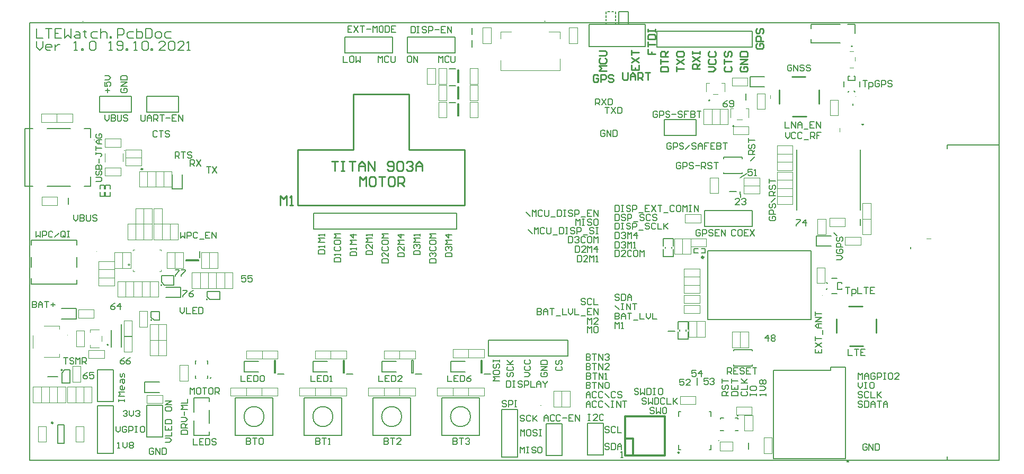
<source format=gto>
G04*
G04 #@! TF.GenerationSoftware,Altium Limited,Altium Designer,22.0.2 (36)*
G04*
G04 Layer_Color=65535*
%FSLAX44Y44*%
%MOMM*%
G71*
G04*
G04 #@! TF.SameCoordinates,AD71EA70-9FC7-4FF3-9A77-F54E5D2193E9*
G04*
G04*
G04 #@! TF.FilePolarity,Positive*
G04*
G01*
G75*
%ADD10C,0.2000*%
%ADD11C,0.1524*%
%ADD12C,0.3000*%
%ADD13C,0.1000*%
%ADD14C,0.2500*%
%ADD15C,0.1270*%
%ADD16C,0.1500*%
%ADD17C,0.2540*%
%ADD18C,0.1250*%
%ADD19C,0.1700*%
D10*
X1315100Y662750D02*
G03*
X1315100Y662750I-1000J0D01*
G01*
X85500Y702500D02*
G03*
X84500Y702500I-500J0D01*
G01*
X1125750Y535000D02*
G03*
X1123750Y535000I-1000J0D01*
G01*
D02*
G03*
X1125750Y535000I1000J0D01*
G01*
X1087250Y576000D02*
G03*
X1085250Y576000I-1000J0D01*
G01*
D02*
G03*
X1087250Y576000I1000J0D01*
G01*
X1101600Y31678D02*
G03*
X1101600Y31678I-500J0D01*
G01*
X823000Y702500D02*
G03*
X824000Y702500I500J0D01*
G01*
D02*
G03*
X823000Y702500I-500J0D01*
G01*
X284500Y257500D02*
G03*
X284500Y257500I-1000J0D01*
G01*
X211585Y280510D02*
G03*
X211585Y280510I-1000J0D01*
G01*
X159000Y314000D02*
G03*
X159000Y312000I0J-1000D01*
G01*
D02*
G03*
X159000Y314000I0J1000D01*
G01*
X125000Y186000D02*
G03*
X125000Y184000I0J-1000D01*
G01*
D02*
G03*
X125000Y186000I0J1000D01*
G01*
X195370Y224370D02*
G03*
X195370Y224370I-1000J0D01*
G01*
X52500Y144500D02*
G03*
X52500Y144500I-1000J0D01*
G01*
X673000Y158250D02*
X696250D01*
X673000Y141750D02*
Y158250D01*
Y141750D02*
X696250D01*
X563000D02*
X586250D01*
X563000D02*
Y158250D01*
X586250D01*
X453000Y141750D02*
X476250D01*
X453000D02*
Y158250D01*
X476250D01*
X343000Y141750D02*
X366250D01*
X343000D02*
Y158250D01*
X366250D01*
X1155100Y661300D02*
Y686700D01*
X1002700Y661300D02*
Y686700D01*
Y661300D02*
X1155100D01*
X1002700Y686700D02*
X1155100D01*
X133700Y94300D02*
Y145100D01*
X108300D02*
X133700D01*
X108300Y94300D02*
Y145100D01*
Y94300D02*
X133700D01*
X187300Y37300D02*
Y88100D01*
Y37300D02*
X212700D01*
Y88100D01*
X187300D02*
X212700D01*
X184250Y108750D02*
X207500D01*
X184250D02*
Y125250D01*
X207500D01*
X682400Y369800D02*
Y395200D01*
X453800Y369800D02*
X682400D01*
X453800D02*
Y395200D01*
X682400D01*
X1315500Y568000D02*
Y571000D01*
X1226500Y401000D02*
Y497000D01*
X1327500Y401000D02*
Y497000D01*
X1257750Y342850D02*
X1281000D01*
X1257750D02*
Y359350D01*
X1281000D01*
X1328000Y375750D02*
Y386250D01*
X1189200Y2500D02*
Y144000D01*
Y2500D02*
X1303700D01*
Y149250D01*
X1280450D02*
X1303700D01*
X1280450Y144000D02*
Y149250D01*
X1189200Y144000D02*
X1280450D01*
X1132400Y47528D02*
Y48778D01*
X1104400Y47528D02*
Y48778D01*
Y66278D02*
Y67528D01*
X1132400Y66278D02*
Y67528D01*
X1127900D02*
X1132400D01*
X1127900Y47528D02*
X1132400Y47528D01*
X1104400D02*
X1108900Y47528D01*
X1104400Y67528D02*
X1108900D01*
X1466500Y505000D02*
X1549500D01*
X1466500Y498750D02*
Y505000D01*
Y0D02*
X1549500D01*
X1466500D02*
Y6250D01*
X1014400Y520300D02*
Y545700D01*
X1065200D01*
Y520300D02*
Y545700D01*
X1014400Y520300D02*
X1065200D01*
X1151500Y614250D02*
X1174750D01*
X1151500Y597750D02*
Y614250D01*
Y597750D02*
X1174750D01*
X1145150Y576750D02*
Y587250D01*
X1078900Y374300D02*
X1155100D01*
Y399700D01*
X1078900D02*
X1155100D01*
X1078900Y374300D02*
Y399700D01*
X1020750Y207000D02*
X1031250D01*
X1049400Y207000D02*
Y209000D01*
X1039400Y207000D02*
Y209000D01*
X1016000Y339400D02*
Y341400D01*
X1026000Y339400D02*
Y341400D01*
X1149000Y17750D02*
Y28250D01*
X754300Y4900D02*
X779700D01*
X754300D02*
Y81100D01*
X779700D01*
Y4900D02*
Y81100D01*
X825300Y7900D02*
X850700D01*
X825300D02*
Y58700D01*
X850700D01*
Y7900D02*
Y58700D01*
X1118750Y430000D02*
X1129250D01*
X891300Y8928D02*
X916700D01*
X891300D02*
Y59728D01*
X916700D01*
Y8928D02*
Y59728D01*
X860500Y166800D02*
Y192200D01*
X733500Y166800D02*
Y192200D01*
Y166800D02*
X860500D01*
X733500Y192200D02*
X860500D01*
X707000Y661750D02*
Y672250D01*
Y681750D02*
Y692250D01*
X503900Y677700D02*
X580100D01*
X503900Y652300D02*
Y677700D01*
Y652300D02*
X580100D01*
Y677700D01*
X670500Y599750D02*
X680500D01*
X684000Y578000D02*
Y598000D01*
Y578000D02*
X686000D01*
Y598000D01*
X684000D02*
X686000D01*
X670500Y572750D02*
X680500D01*
X684000Y551000D02*
Y571000D01*
Y551000D02*
X686000D01*
Y571000D01*
X684000D02*
X686000D01*
X285000Y154500D02*
Y159000D01*
X265000D02*
X265000Y154500D01*
X265000Y131000D02*
X265000Y135500D01*
X285000Y131000D02*
Y135500D01*
X283750Y131000D02*
X285000D01*
X283750Y159000D02*
X285000D01*
X265000D02*
X266250D01*
X265000Y131000D02*
X266250D01*
X97250Y439000D02*
Y454000D01*
X87000Y439000D02*
X97250D01*
X28000D02*
X65000D01*
X-7250D02*
X5000D01*
X-7250D02*
Y531000D01*
X5000D01*
X28000D02*
X65000D01*
X87000D02*
X97250D01*
Y517000D02*
Y531000D01*
X112300Y582700D02*
X163100D01*
X112300Y557300D02*
Y582700D01*
Y557300D02*
X163100D01*
Y582700D01*
X62000Y409750D02*
Y420250D01*
X1408500Y338500D02*
Y341500D01*
X616500Y138250D02*
X626500D01*
X613000Y140000D02*
Y160000D01*
X611000D02*
X613000D01*
X611000Y140000D02*
Y160000D01*
Y140000D02*
X613000D01*
X506500Y138250D02*
X516500D01*
X503000Y140000D02*
Y160000D01*
X501000D02*
X503000D01*
X501000Y140000D02*
Y160000D01*
Y140000D02*
X503000D01*
X396500Y138250D02*
X406500D01*
X393000Y140000D02*
Y160000D01*
X391000D02*
X393000D01*
X391000Y140000D02*
Y160000D01*
Y140000D02*
X393000D01*
X283500Y262000D02*
X288000Y257500D01*
X304500D01*
Y270500D01*
X283500D02*
X304500D01*
X283500Y262000D02*
Y270500D01*
X45000Y57000D02*
X55000D01*
X45000Y27000D02*
X55000D01*
X45000D02*
Y57000D01*
X55000Y27000D02*
Y57000D01*
X210585Y285500D02*
X215575Y280510D01*
X230565D01*
Y295490D01*
X210585D02*
X230565D01*
X210585Y285500D02*
Y295490D01*
X75500Y345000D02*
Y352000D01*
X2500D02*
X75500D01*
X2500Y345000D02*
Y352000D01*
Y309000D02*
Y325000D01*
Y282000D02*
Y291000D01*
Y282000D02*
X75500D01*
Y289000D01*
Y309000D02*
Y325000D01*
X270000Y319000D02*
Y321000D01*
X250000Y319000D02*
X270000D01*
X250000D02*
Y321000D01*
X270000D01*
X271750Y324500D02*
Y334500D01*
X146250Y181500D02*
Y218000D01*
X130750Y181500D02*
Y208500D01*
X721500Y140000D02*
X723500D01*
X721500D02*
Y160000D01*
X723500D01*
Y140000D02*
Y160000D01*
X727000Y138250D02*
X737000D01*
X684000Y625000D02*
X686000D01*
Y605000D02*
Y625000D01*
X684000Y605000D02*
X686000D01*
X684000D02*
Y625000D01*
X670500Y626750D02*
X680500D01*
X218000Y277250D02*
X241250D01*
Y260750D02*
Y277250D01*
X218000Y260750D02*
X241250D01*
X51376Y242740D02*
X74626D01*
Y226240D02*
Y242740D01*
X51376Y226240D02*
X74626D01*
X244250Y434250D02*
Y457500D01*
X227750Y434250D02*
X244250D01*
X227750D02*
Y457500D01*
X603900Y652300D02*
X680100D01*
Y677700D01*
X603900D02*
X680100D01*
X603900Y652300D02*
Y677700D01*
X29000Y134000D02*
X45000D01*
X56000Y144500D02*
X64500D01*
Y123500D02*
Y144500D01*
X51500Y123500D02*
X64500D01*
X51500D02*
Y140000D01*
X56000Y144500D01*
X108300Y11500D02*
Y87700D01*
Y11500D02*
X133700D01*
Y87700D01*
X108300D02*
X133700D01*
X187300Y557300D02*
X238100D01*
Y582700D01*
X187300D02*
X238100D01*
X187300Y557300D02*
Y582700D01*
X11000Y670995D02*
Y660998D01*
X15998Y656000D01*
X20997Y660998D01*
Y670995D01*
X33493Y656000D02*
X28494D01*
X25995Y658499D01*
Y663498D01*
X28494Y665997D01*
X33493D01*
X35992Y663498D01*
Y660998D01*
X25995D01*
X40990Y665997D02*
Y656000D01*
Y660998D01*
X43489Y663498D01*
X45989Y665997D01*
X48488D01*
X70981Y656000D02*
X75979D01*
X73480D01*
Y670995D01*
X70981Y668496D01*
X83476Y656000D02*
Y658499D01*
X85976D01*
Y656000D01*
X83476D01*
X95972Y668496D02*
X98472Y670995D01*
X103470D01*
X105969Y668496D01*
Y658499D01*
X103470Y656000D01*
X98472D01*
X95972Y658499D01*
Y668496D01*
X11000Y690995D02*
Y676000D01*
X20997D01*
X25995Y690995D02*
X35992D01*
X30993D01*
Y676000D01*
X50987Y690995D02*
X40990D01*
Y676000D01*
X50987D01*
X40990Y683498D02*
X45989D01*
X55985Y690995D02*
Y676000D01*
X60984Y680998D01*
X65982Y676000D01*
Y690995D01*
X73480Y685997D02*
X78478D01*
X80977Y683498D01*
Y676000D01*
X73480D01*
X70981Y678499D01*
X73480Y680998D01*
X80977D01*
X88475Y688496D02*
Y685997D01*
X85976D01*
X90974D01*
X88475D01*
Y678499D01*
X90974Y676000D01*
X108468Y685997D02*
X100971D01*
X98472Y683498D01*
Y678499D01*
X100971Y676000D01*
X108468D01*
X113467Y690995D02*
Y676000D01*
Y683498D01*
X115966Y685997D01*
X120964D01*
X123464Y683498D01*
Y676000D01*
X128462D02*
Y678499D01*
X130961D01*
Y676000D01*
X128462D01*
X140958D02*
Y690995D01*
X148455D01*
X150955Y688496D01*
Y683498D01*
X148455Y680998D01*
X140958D01*
X165950Y685997D02*
X158452D01*
X155953Y683498D01*
Y678499D01*
X158452Y676000D01*
X165950D01*
X170948Y690995D02*
Y676000D01*
X178446D01*
X180945Y678499D01*
Y680998D01*
Y683498D01*
X178446Y685997D01*
X170948D01*
X185943Y690995D02*
Y676000D01*
X193441D01*
X195940Y678499D01*
Y688496D01*
X193441Y690995D01*
X185943D01*
X203438Y676000D02*
X208436D01*
X210935Y678499D01*
Y683498D01*
X208436Y685997D01*
X203438D01*
X200938Y683498D01*
Y678499D01*
X203438Y676000D01*
X225930Y685997D02*
X218433D01*
X215934Y683498D01*
Y678499D01*
X218433Y676000D01*
X225930D01*
X127000Y656000D02*
X131998D01*
X129499D01*
Y670995D01*
X127000Y668496D01*
X139496Y658499D02*
X141995Y656000D01*
X146994D01*
X149493Y658499D01*
Y668496D01*
X146994Y670995D01*
X141995D01*
X139496Y668496D01*
Y665997D01*
X141995Y663498D01*
X149493D01*
X154491Y656000D02*
Y658499D01*
X156990D01*
Y656000D01*
X154491D01*
X166987D02*
X171985D01*
X169486D01*
Y670995D01*
X166987Y668496D01*
X179483D02*
X181982Y670995D01*
X186981D01*
X189480Y668496D01*
Y658499D01*
X186981Y656000D01*
X181982D01*
X179483Y658499D01*
Y668496D01*
X194478Y656000D02*
Y658499D01*
X196977D01*
Y656000D01*
X194478D01*
X216971D02*
X206974D01*
X216971Y665997D01*
Y668496D01*
X214472Y670995D01*
X209473D01*
X206974Y668496D01*
X221969D02*
X224468Y670995D01*
X229467D01*
X231966Y668496D01*
Y658499D01*
X229467Y656000D01*
X224468D01*
X221969Y658499D01*
Y668496D01*
X246961Y656000D02*
X236964D01*
X246961Y665997D01*
Y668496D01*
X244462Y670995D01*
X239464D01*
X236964Y668496D01*
X251960Y656000D02*
X256958D01*
X254459D01*
Y670995D01*
X251960Y668496D01*
D11*
X374758Y70000D02*
G03*
X374758Y70000I-16008J0D01*
G01*
X704758D02*
G03*
X704758Y70000I-16008J0D01*
G01*
X594758D02*
G03*
X594758Y70000I-16008J0D01*
G01*
X484758D02*
G03*
X484758Y70000I-16008J0D01*
G01*
X894000Y662500D02*
X984000D01*
X894000D02*
Y697500D01*
X984000D01*
Y662500D02*
Y697500D01*
X924000Y718000D02*
X927000D01*
X936500Y697500D02*
Y701000D01*
Y703600D02*
Y706600D01*
X930600Y718000D02*
X933100D01*
X921500Y703600D02*
Y706600D01*
Y697500D02*
Y701000D01*
Y709200D02*
Y712200D01*
X936500Y709200D02*
Y712200D01*
X924600Y718000D02*
X927100D01*
X936500Y715000D02*
Y718000D01*
X921500Y715000D02*
Y718000D01*
X941500Y697500D02*
Y718000D01*
X956500D01*
Y697500D02*
Y718000D01*
X328750Y40000D02*
Y100000D01*
Y40000D02*
X388750D01*
Y100000D01*
X328750D02*
X388750D01*
X1052400Y210500D02*
Y222250D01*
Y193750D02*
Y205500D01*
X1036400Y210500D02*
Y222250D01*
Y193750D02*
Y205500D01*
Y193750D02*
X1052400D01*
X1036400Y222250D02*
X1052400D01*
X1013000Y326150D02*
Y337900D01*
Y342900D02*
Y354650D01*
X1029000Y326150D02*
Y337900D01*
Y342900D02*
Y354650D01*
X1013000D02*
X1029000D01*
X1013000Y326150D02*
X1029000D01*
X1079999Y331899D02*
Y338899D01*
X1061999Y331899D02*
Y338899D01*
X1068499D01*
X1073499D02*
X1079999D01*
X1061999Y331899D02*
X1068499D01*
X1073499D02*
X1079999D01*
X658750Y40000D02*
X718750D01*
X658750D02*
Y100000D01*
X718750D01*
Y40000D02*
Y100000D01*
X608750Y40000D02*
Y100000D01*
X548750D02*
X608750D01*
X548750Y40000D02*
Y100000D01*
Y40000D02*
X608750D01*
X438750Y40000D02*
Y100000D01*
Y40000D02*
X498750D01*
Y100000D01*
X438750D02*
X498750D01*
X262500Y40000D02*
X287500D01*
X262500Y100000D02*
X287500D01*
X262500Y40000D02*
Y63200D01*
Y76800D02*
Y100000D01*
X287500Y40000D02*
Y45700D01*
Y94300D02*
Y100000D01*
Y59300D02*
Y80700D01*
X119501Y434249D02*
Y440749D01*
Y422749D02*
Y429249D01*
X112501Y434249D02*
Y440749D01*
Y422749D02*
Y429249D01*
Y422749D02*
X119501D01*
X112501Y440749D02*
X119501D01*
X121501D02*
X128501D01*
X121501Y422749D02*
X128501D01*
X121501D02*
Y429249D01*
Y434249D02*
Y440749D01*
X128501Y422749D02*
Y429249D01*
Y434249D02*
Y440749D01*
X945000Y4000D02*
X948386D01*
X946693D01*
Y14157D01*
X945000Y12464D01*
D12*
X1332000Y537500D02*
G03*
X1331000Y537500I-500J0D01*
G01*
D02*
G03*
X1332000Y537500I500J0D01*
G01*
X1077250Y325000D02*
G03*
X1077250Y325000I-1500J0D01*
G01*
X952150Y34528D02*
X964900D01*
Y7528D02*
Y34528D01*
X952150Y70528D02*
X1015650D01*
X952150Y7528D02*
X1015650D01*
X952150D02*
Y70528D01*
X1015650Y7528D02*
Y70528D01*
D13*
X1320000Y582000D02*
G03*
X1321000Y582000I500J0D01*
G01*
D02*
G03*
X1320000Y582000I-500J0D01*
G01*
X1233000Y389000D02*
G03*
X1233000Y388000I0J-500D01*
G01*
D02*
G03*
X1233000Y389000I0J500D01*
G01*
X1267000Y265000D02*
G03*
X1267000Y264000I0J-500D01*
G01*
D02*
G03*
X1267000Y265000I0J500D01*
G01*
X817500Y88000D02*
G03*
X816500Y88000I-500J0D01*
G01*
D02*
G03*
X817500Y88000I500J0D01*
G01*
X104000Y512510D02*
G03*
X103000Y512510I-500J0D01*
G01*
Y512500D02*
G03*
X104000Y512500I500J0D01*
G01*
X108000Y334500D02*
G03*
X107000Y334500I-500J0D01*
G01*
D02*
G03*
X108000Y334500I500J0D01*
G01*
X68000Y205000D02*
G03*
X68000Y206000I0J500D01*
G01*
D02*
G03*
X68000Y205000I0J-500D01*
G01*
X152000Y496000D02*
G03*
X151000Y496000I-500J0D01*
G01*
D02*
G03*
X152000Y496000I500J0D01*
G01*
X60000Y200000D02*
G03*
X61000Y200000I500J0D01*
G01*
D02*
G03*
X60000Y200000I-500J0D01*
G01*
X259500Y275500D02*
X272500D01*
X259500Y300500D02*
X272500D01*
X259500Y275500D02*
Y300500D01*
X272500Y275500D02*
Y300500D01*
X5500Y117500D02*
X18500D01*
X5500Y92500D02*
X18500D01*
Y117500D01*
X5500Y92500D02*
Y117500D01*
X150500Y224000D02*
X163500D01*
X150500Y199000D02*
X163500D01*
Y224000D01*
X150500Y199000D02*
Y224000D01*
X701250Y103500D02*
Y116500D01*
X676250Y103500D02*
Y116500D01*
Y103500D02*
X701250D01*
X676250Y116500D02*
X701250D01*
X205500Y167500D02*
X218500D01*
X205500Y192500D02*
X218500D01*
X205500Y167500D02*
Y192500D01*
X218500Y167500D02*
Y192500D01*
X212500Y91500D02*
Y104500D01*
X187500Y91500D02*
Y104500D01*
Y91500D02*
X212500D01*
X187500Y104500D02*
X212500D01*
X1219500Y409500D02*
Y422500D01*
X1194500Y409500D02*
Y422500D01*
Y409500D02*
X1219500D01*
X1194500Y422500D02*
X1219500D01*
Y422500D02*
Y435500D01*
X1194500Y422500D02*
Y435500D01*
Y422500D02*
X1219500D01*
X1194500Y435500D02*
X1219500D01*
X1194500Y435500D02*
Y448500D01*
X1219500Y435500D02*
Y448500D01*
X1194500D02*
X1219500D01*
X1194500Y435500D02*
X1219500D01*
Y448500D02*
Y461500D01*
X1194500Y448500D02*
Y461500D01*
Y448500D02*
X1219500D01*
X1194500Y461500D02*
X1219500D01*
Y490500D02*
Y503500D01*
X1194500Y490500D02*
Y503500D01*
Y490500D02*
X1219500D01*
X1194500Y503500D02*
X1219500D01*
Y477500D02*
Y490500D01*
X1194500Y477500D02*
Y490500D01*
Y477500D02*
X1219500D01*
X1194500Y490500D02*
X1219500D01*
Y464500D02*
Y477500D01*
X1194500Y464500D02*
Y477500D01*
Y464500D02*
X1219500D01*
X1194500Y477500D02*
X1219500D01*
X1319000Y639000D02*
Y645000D01*
X1311000Y655000D02*
X1317000D01*
X1311000Y628000D02*
X1317000D01*
X1295000Y525500D02*
Y531500D01*
X1292124Y552000D02*
Y577000D01*
X1279124Y552000D02*
Y577000D01*
X1292124D01*
X1279124Y552000D02*
X1292124D01*
X1331500Y411500D02*
X1344500D01*
X1331500Y386500D02*
X1344500D01*
Y411500D01*
X1331500Y386500D02*
Y411500D01*
Y361600D02*
X1344500D01*
X1331500Y386600D02*
X1344500D01*
X1331500Y361600D02*
Y386600D01*
X1344500Y361600D02*
Y386600D01*
X1303500Y344500D02*
X1328500D01*
X1303500Y357500D02*
X1328500D01*
Y344500D02*
Y357500D01*
X1303500Y344500D02*
Y357500D01*
X1278500Y374500D02*
Y387500D01*
X1303500Y374500D02*
Y387500D01*
X1278500D02*
X1303500D01*
X1278500Y374500D02*
X1303500D01*
X1259500Y361500D02*
X1272500D01*
X1259500Y386500D02*
X1272500D01*
X1259500Y361500D02*
Y386500D01*
X1272500Y361500D02*
Y386500D01*
X1077500Y537500D02*
X1090500D01*
X1077500Y562500D02*
X1090500D01*
X1077500Y537500D02*
Y562500D01*
X1090500Y537500D02*
Y562500D01*
X1141500Y439500D02*
X1166500D01*
X1141500Y426500D02*
X1166500D01*
X1141500D02*
Y439500D01*
X1166500Y426500D02*
Y439500D01*
X1141500Y452500D02*
X1166500D01*
X1141500Y439500D02*
X1166500D01*
X1141500D02*
Y452500D01*
X1166500Y439500D02*
Y452500D01*
X1183750Y579500D02*
Y584500D01*
X1124250Y521500D02*
Y534500D01*
X1149250Y521500D02*
Y534500D01*
X1124250D02*
X1149250D01*
X1124250Y521500D02*
X1149250D01*
X1147750Y599500D02*
Y612500D01*
X1122750Y599500D02*
Y612500D01*
Y599500D02*
X1147750D01*
X1122750Y612500D02*
X1147750D01*
X1120250Y563000D02*
X1124750D01*
X1120250Y549000D02*
Y563000D01*
X1144750D02*
X1149250D01*
Y549000D02*
Y563000D01*
X1130750Y545000D02*
X1138750D01*
X1162250Y562000D02*
X1175250D01*
X1162250Y587000D02*
X1175250D01*
X1162250Y562000D02*
Y587000D01*
X1175250Y562000D02*
Y587000D01*
X1103500Y562500D02*
X1116500D01*
X1103500Y537500D02*
X1116500D01*
Y562500D01*
X1103500Y537500D02*
Y562500D01*
X1090500D02*
X1103500D01*
X1090500Y537500D02*
X1103500D01*
Y562500D01*
X1090500Y537500D02*
Y562500D01*
X1081750Y604000D02*
X1086250D01*
X1081750Y590000D02*
Y604000D01*
X1106250D02*
X1110750D01*
Y590000D02*
Y604000D01*
X1092250Y586000D02*
X1100250D01*
X875500Y667500D02*
Y692500D01*
X862500Y667500D02*
Y692500D01*
X875500D01*
X862500Y667500D02*
X875500D01*
X1173500Y11500D02*
Y36500D01*
X1186500Y11500D02*
Y36500D01*
X1173500Y11500D02*
X1186500D01*
X1173500Y36500D02*
X1186500D01*
X1066500Y197500D02*
X1079500D01*
X1066500Y222500D02*
X1079500D01*
X1066500Y197500D02*
Y222500D01*
X1079500Y197500D02*
Y222500D01*
X1053500Y197500D02*
X1066500D01*
X1053500Y222500D02*
X1066500D01*
X1053500Y197500D02*
Y222500D01*
X1066500Y197500D02*
Y222500D01*
X1045900Y248500D02*
X1070900D01*
X1045900Y235500D02*
X1070900D01*
X1045900D02*
Y248500D01*
X1070900Y235500D02*
Y248500D01*
X1045900Y264500D02*
X1070900D01*
X1045900Y251500D02*
X1070900D01*
X1045900D02*
Y264500D01*
X1070900Y251500D02*
Y264500D01*
X1045900Y293500D02*
Y306500D01*
X1070900Y293500D02*
Y306500D01*
X1045900D02*
X1070900D01*
X1045900Y293500D02*
X1070900D01*
X1045900Y280500D02*
X1070900D01*
X1045900Y293500D02*
X1070900D01*
Y280500D02*
Y293500D01*
X1045900Y280500D02*
Y293500D01*
Y267500D02*
X1070900D01*
X1045900Y280500D02*
X1070900D01*
Y267500D02*
Y280500D01*
X1045900Y267500D02*
Y280500D01*
X1047500Y380500D02*
Y393500D01*
X1072500Y380500D02*
Y393500D01*
X1047500D02*
X1072500D01*
X1047500Y380500D02*
X1072500D01*
X1056500Y341900D02*
Y354900D01*
X1081500Y341900D02*
Y354900D01*
X1056500D02*
X1081500D01*
X1056500Y341900D02*
X1081500D01*
X1030500Y354900D02*
X1043500D01*
X1030500Y329900D02*
X1043500D01*
Y354900D01*
X1030500Y329900D02*
Y354900D01*
X1043500D02*
X1056500D01*
X1043500Y329900D02*
X1056500D01*
Y354900D01*
X1043500Y329900D02*
Y354900D01*
X1122900Y205500D02*
X1135900D01*
X1122900Y180500D02*
X1135900D01*
Y205500D01*
X1122900Y180500D02*
Y205500D01*
X1135900Y180500D02*
X1148900D01*
X1135900Y205500D02*
X1148900D01*
X1135900Y180500D02*
Y205500D01*
X1148900Y180500D02*
Y205500D01*
X1155500Y47500D02*
Y72500D01*
X1142500Y47500D02*
Y72500D01*
X1155500D01*
X1142500Y47500D02*
X1155500D01*
X1129400Y86028D02*
X1154400D01*
X1129400Y73028D02*
X1154400D01*
X1129400D02*
Y86028D01*
X1154400Y73028D02*
Y86028D01*
X1039500Y102500D02*
X1064500D01*
X1039500Y89500D02*
X1064500D01*
X1039500D02*
Y102500D01*
X1064500Y89500D02*
Y102500D01*
X863500Y86000D02*
Y111000D01*
X850500Y86000D02*
Y111000D01*
X863500D01*
X850500Y86000D02*
X863500D01*
X850500D02*
Y111000D01*
X837500Y86000D02*
Y111000D01*
X850500D01*
X837500Y86000D02*
X850500D01*
X1087500Y427500D02*
X1100500D01*
X1087500Y452500D02*
X1100500D01*
X1087500Y427500D02*
Y452500D01*
X1100500Y427500D02*
Y452500D01*
X566500Y162500D02*
Y175500D01*
X591500Y162500D02*
Y175500D01*
X566500D02*
X591500D01*
X566500Y162500D02*
X591500D01*
X456500D02*
Y175500D01*
X481500Y162500D02*
Y175500D01*
X456500D02*
X481500D01*
X456500Y162500D02*
X481500D01*
X346500D02*
Y175500D01*
X371500Y162500D02*
Y175500D01*
X346500D02*
X371500D01*
X346500Y162500D02*
X371500D01*
X752500Y686000D02*
X770000D01*
X752500D02*
X770000D01*
X847500Y675000D02*
Y686000D01*
Y675000D02*
Y686000D01*
X752500Y675000D02*
Y686000D01*
Y675000D02*
Y686000D01*
X830000D02*
X847500D01*
X830000D02*
X847500D01*
X752500Y624000D02*
Y640000D01*
Y624000D02*
Y640000D01*
Y624000D02*
X847500D01*
X752500D02*
X847500D01*
Y642500D01*
Y624000D02*
Y642500D01*
X724500Y692500D02*
X737500D01*
X724500Y667500D02*
X737500D01*
Y692500D01*
X724500Y667500D02*
Y692500D01*
X703500Y600500D02*
X716500D01*
X703500Y575500D02*
X716500D01*
Y600500D01*
X703500Y575500D02*
Y600500D01*
Y573500D02*
X716500D01*
X703500Y548500D02*
X716500D01*
Y573500D01*
X703500Y548500D02*
Y573500D01*
X653500Y548500D02*
X666500D01*
X653500Y573500D02*
X666500D01*
X653500Y548500D02*
Y573500D01*
X666500Y548500D02*
Y573500D01*
X653500Y575500D02*
X666500D01*
X653500Y600500D02*
X666500D01*
X653500Y575500D02*
Y600500D01*
X666500Y575500D02*
Y600500D01*
X240000Y127500D02*
Y152500D01*
X253000Y127500D02*
Y152500D01*
X240000Y127500D02*
X253000D01*
X240000Y152500D02*
X253000D01*
X19500Y408500D02*
Y421500D01*
X44500Y408500D02*
Y421500D01*
X19500D02*
X44500D01*
X19500Y408500D02*
X44500D01*
X43500Y541500D02*
Y554500D01*
X18500Y541500D02*
Y554500D01*
Y541500D02*
X43500D01*
X18500Y554500D02*
X43500D01*
X68500Y541500D02*
Y554500D01*
X43500Y541500D02*
Y554500D01*
Y541500D02*
X68500D01*
X43500Y554500D02*
X68500D01*
X1434000Y354750D02*
X1440000D01*
X1258300Y308500D02*
X1271300D01*
X1258300Y283500D02*
X1271300D01*
Y308500D01*
X1258300Y283500D02*
Y308500D01*
X506250Y103500D02*
Y116500D01*
X481250Y103500D02*
Y116500D01*
Y103500D02*
X506250D01*
X481250Y116500D02*
X506250D01*
X371250Y103500D02*
Y116500D01*
X346250Y103500D02*
Y116500D01*
Y103500D02*
X371250D01*
X346250Y116500D02*
X371250D01*
X481250Y103500D02*
Y116500D01*
X456250Y103500D02*
Y116500D01*
Y103500D02*
X481250D01*
X456250Y116500D02*
X481250D01*
X431250Y103500D02*
Y116500D01*
X456250Y103500D02*
Y116500D01*
X431250D02*
X456250D01*
X431250Y103500D02*
X456250D01*
X396250D02*
Y116500D01*
X371250Y103500D02*
Y116500D01*
Y103500D02*
X396250D01*
X371250Y116500D02*
X396250D01*
X321250Y103500D02*
Y116500D01*
X346250Y103500D02*
Y116500D01*
X321250D02*
X346250D01*
X321250Y103500D02*
X346250D01*
X616250D02*
Y116500D01*
X591250Y103500D02*
Y116500D01*
Y103500D02*
X616250D01*
X591250Y116500D02*
X616250D01*
X591250Y103500D02*
Y116500D01*
X566250Y103500D02*
Y116500D01*
Y103500D02*
X591250D01*
X566250Y116500D02*
X591250D01*
X591500Y162500D02*
Y175500D01*
X616500Y162500D02*
Y175500D01*
X591500D02*
X616500D01*
X591500Y162500D02*
X616500D01*
X541250Y103500D02*
Y116500D01*
X566250Y103500D02*
Y116500D01*
X541250D02*
X566250D01*
X541250Y103500D02*
X566250D01*
X481500Y162500D02*
Y175500D01*
X506500Y162500D02*
Y175500D01*
X481500D02*
X506500D01*
X481500Y162500D02*
X506500D01*
X371500D02*
Y175500D01*
X396500Y162500D02*
Y175500D01*
X371500D02*
X396500D01*
X371500Y162500D02*
X396500D01*
X298500Y300500D02*
X311500D01*
X298500Y275500D02*
X311500D01*
Y300500D01*
X298500Y275500D02*
Y300500D01*
X272500D02*
X285500D01*
X272500Y275500D02*
X285500D01*
Y300500D01*
X272500Y275500D02*
Y300500D01*
X285500Y275500D02*
Y300500D01*
X298500Y275500D02*
Y300500D01*
X285500Y275500D02*
X298500D01*
X285500Y300500D02*
X298500D01*
X311500D02*
X324500D01*
X311500Y275500D02*
X324500D01*
Y300500D01*
X311500Y275500D02*
Y300500D01*
X205500Y217500D02*
X218500D01*
X205500Y192500D02*
X218500D01*
Y217500D01*
X205500Y192500D02*
Y217500D01*
X192500Y192500D02*
X205500D01*
X192500Y217500D02*
X205500D01*
X192500Y192500D02*
Y217500D01*
X205500Y192500D02*
Y217500D01*
X13500Y29500D02*
X26500D01*
X13500Y54500D02*
X26500D01*
X13500Y29500D02*
Y54500D01*
X26500Y29500D02*
Y54500D01*
X73500Y29500D02*
X86500D01*
X73500Y54500D02*
X86500D01*
X73500Y29500D02*
Y54500D01*
X86500Y29500D02*
Y54500D01*
X192750Y261500D02*
X205750D01*
X192750Y286500D02*
X205750D01*
X192750Y261500D02*
Y286500D01*
X205750Y261500D02*
Y286500D01*
X179500Y261500D02*
Y286500D01*
X166500Y261500D02*
Y286500D01*
X179500D01*
X166500Y261500D02*
X179500D01*
X166500D02*
Y286500D01*
X153500Y261500D02*
Y286500D01*
X166500D01*
X153500Y261500D02*
X166500D01*
X140500D02*
X153500D01*
X140500Y286500D02*
X153500D01*
X140500Y261500D02*
Y286500D01*
X153500Y261500D02*
Y286500D01*
X179500D02*
X192500D01*
X179500Y261500D02*
X192500D01*
Y286500D01*
X179500Y261500D02*
Y286500D01*
X219500Y332500D02*
X232500D01*
X219500Y307500D02*
X232500D01*
Y332500D01*
X219500Y307500D02*
Y332500D01*
X165500Y302500D02*
Y305000D01*
Y302500D02*
X168000D01*
X165500Y335000D02*
Y337500D01*
X168000D01*
X208000Y302500D02*
X210500D01*
X210500Y305000D02*
X210500Y302500D01*
X208000Y337500D02*
X210500D01*
X210500Y335000D02*
X210500Y337500D01*
X153500Y471500D02*
Y484500D01*
X178500Y471500D02*
Y484500D01*
X153500D02*
X178500D01*
X153500Y471500D02*
X178500D01*
X149500Y478500D02*
Y491000D01*
X120500Y478000D02*
Y491500D01*
X97000Y180500D02*
Y185000D01*
Y180500D02*
X111000D01*
X97000Y205000D02*
Y209500D01*
X111000D01*
X115000Y191000D02*
Y199000D01*
X5130Y180000D02*
Y200000D01*
X47630Y165000D02*
Y170000D01*
X22630Y165000D02*
X47630D01*
Y210000D02*
Y215000D01*
X22630D02*
X47630D01*
X110500Y305500D02*
X135500D01*
X110500Y318500D02*
X135500D01*
Y305500D02*
Y318500D01*
X110500Y305500D02*
Y318500D01*
Y292500D02*
X135500D01*
X110500Y305500D02*
X135500D01*
Y292500D02*
Y305500D01*
X110500Y292500D02*
Y305500D01*
X135500Y307500D02*
Y332500D01*
X148500Y307500D02*
Y332500D01*
X135500Y307500D02*
X148500D01*
X135500Y332500D02*
X148500D01*
X110500Y279500D02*
X135500D01*
X110500Y292500D02*
X135500D01*
Y279500D02*
Y292500D01*
X110500Y279500D02*
Y292500D01*
X148500Y307500D02*
Y332500D01*
X161500Y307500D02*
Y332500D01*
X148500Y307500D02*
X161500D01*
X148500Y332500D02*
X161500D01*
X232500Y307500D02*
Y332500D01*
X245500Y307500D02*
Y332500D01*
X232500Y307500D02*
X245500D01*
X232500Y332500D02*
X245500D01*
X211500Y378500D02*
Y403500D01*
X198500Y378500D02*
Y403500D01*
X211500D01*
X198500Y378500D02*
X211500D01*
X182500D02*
Y403500D01*
X169500Y378500D02*
Y403500D01*
X182500D01*
X169500Y378500D02*
X182500D01*
X195500D02*
Y403500D01*
X182500Y378500D02*
Y403500D01*
X195500D01*
X182500Y378500D02*
X195500D01*
X198500Y353500D02*
Y378500D01*
X211500Y353500D02*
Y378500D01*
X198500Y353500D02*
X211500D01*
X198500Y378500D02*
X211500D01*
X156500Y353500D02*
Y378500D01*
X169500Y353500D02*
Y378500D01*
X156500Y353500D02*
X169500D01*
X156500Y378500D02*
X169500D01*
X182500Y353500D02*
Y378500D01*
X195500Y353500D02*
Y378500D01*
X182500Y353500D02*
X195500D01*
X182500Y378500D02*
X195500D01*
X169500Y353500D02*
Y378500D01*
X182500Y353500D02*
Y378500D01*
X169500Y353500D02*
X182500D01*
X169500Y378500D02*
X182500D01*
X287500Y307500D02*
Y332500D01*
X274500Y307500D02*
Y332500D01*
X287500D01*
X274500Y307500D02*
X287500D01*
X211500Y353500D02*
Y378500D01*
X224500Y353500D02*
Y378500D01*
X211500Y353500D02*
X224500D01*
X211500Y378500D02*
X224500D01*
X237500Y353500D02*
Y378500D01*
X224500Y353500D02*
Y378500D01*
X237500D01*
X224500Y353500D02*
X237500D01*
X651250Y103500D02*
X676250D01*
X651250Y116500D02*
X676250D01*
Y103500D02*
Y116500D01*
X651250Y103500D02*
Y116500D01*
X701250D02*
X726250D01*
X701250Y103500D02*
X726250D01*
X701250D02*
Y116500D01*
X726250Y103500D02*
Y116500D01*
X703500Y602500D02*
Y627500D01*
X716500Y602500D02*
Y627500D01*
X703500Y602500D02*
X716500D01*
X703500Y627500D02*
X716500D01*
X648500Y602500D02*
Y627500D01*
X635500Y602500D02*
Y627500D01*
X648500D01*
X635500Y602500D02*
X648500D01*
X666500D02*
Y627500D01*
X653500Y602500D02*
Y627500D01*
X666500D01*
X653500Y602500D02*
X666500D01*
X676500Y164500D02*
X701500D01*
X676500Y177500D02*
X701500D01*
Y164500D02*
Y177500D01*
X676500Y164500D02*
Y177500D01*
X701500Y164500D02*
X726500D01*
X701500Y177500D02*
X726500D01*
Y164500D02*
Y177500D01*
X701500Y164500D02*
Y177500D01*
X188500Y213500D02*
Y238500D01*
X175500Y213500D02*
Y238500D01*
X188500D01*
X175500Y213500D02*
X188500D01*
X287500Y307500D02*
Y332500D01*
X300500Y307500D02*
Y332500D01*
X287500Y307500D02*
X300500D01*
X287500Y332500D02*
X300500D01*
X205500Y167500D02*
Y192500D01*
X192500Y167500D02*
Y192500D01*
X205500D01*
X192500Y167500D02*
X205500D01*
X73500Y92500D02*
Y117500D01*
X86500Y92500D02*
Y117500D01*
X73500Y92500D02*
X86500D01*
X73500Y117500D02*
X86500D01*
X60500Y92500D02*
Y117500D01*
X73500Y92500D02*
Y117500D01*
X60500Y92500D02*
X73500D01*
X60500Y117500D02*
X73500D01*
X31500Y92500D02*
Y117500D01*
X18500Y92500D02*
Y117500D01*
X31500D01*
X18500Y92500D02*
X31500D01*
X44500D02*
Y117500D01*
X31500Y92500D02*
Y117500D01*
X44500D01*
X31500Y92500D02*
X44500D01*
X57500D02*
Y117500D01*
X44500Y92500D02*
Y117500D01*
X57500D01*
X44500Y92500D02*
X57500D01*
X81500Y125500D02*
Y150500D01*
X68500Y125500D02*
Y150500D01*
X81500D01*
X68500Y125500D02*
X81500D01*
X99500Y92500D02*
Y117500D01*
X86500Y92500D02*
Y117500D01*
X99500D01*
X86500Y92500D02*
X99500D01*
X87500Y182500D02*
Y207500D01*
X74500Y182500D02*
Y207500D01*
X87500D01*
X74500Y182500D02*
X87500D01*
X77876Y241010D02*
X102876D01*
X77876Y228010D02*
X102876D01*
X77876D02*
Y241010D01*
X102876Y228010D02*
Y241010D01*
X150500Y173500D02*
Y198500D01*
X163500Y173500D02*
Y198500D01*
X150500Y173500D02*
X163500D01*
X150500Y198500D02*
X163500D01*
X94500Y163500D02*
X119500D01*
X94500Y176500D02*
X119500D01*
Y163500D02*
Y176500D01*
X94500Y163500D02*
Y176500D01*
X227500Y437500D02*
Y462500D01*
X214500Y437500D02*
Y462500D01*
X227500D01*
X214500Y437500D02*
X227500D01*
X153500Y484500D02*
X178500D01*
X153500Y497500D02*
X178500D01*
Y484500D02*
Y497500D01*
X153500Y484500D02*
Y497500D01*
X120500Y514500D02*
X145500D01*
X120500Y501500D02*
X145500D01*
X120500D02*
Y514500D01*
X145500Y501500D02*
Y514500D01*
X175500Y437500D02*
Y462500D01*
X188500Y437500D02*
Y462500D01*
X175500Y437500D02*
X188500D01*
X175500Y462500D02*
X188500D01*
X120500Y468500D02*
X145500D01*
X120500Y455500D02*
X145500D01*
X120500D02*
Y468500D01*
X145500Y455500D02*
Y468500D01*
X214500Y437500D02*
Y462500D01*
X201500Y437500D02*
Y462500D01*
X214500D01*
X201500Y437500D02*
X214500D01*
X201500D02*
Y462500D01*
X188500Y437500D02*
Y462500D01*
X201500D01*
X188500Y437500D02*
X201500D01*
D14*
X1306628Y-857D02*
G03*
X1306816Y-616I1072J-642D01*
G01*
X1131900Y71528D02*
G03*
X1131900Y71528I-500J0D01*
G01*
X1038150Y12528D02*
G03*
X1038150Y12528I-1000J0D01*
G01*
X289500Y132000D02*
G03*
X289500Y132000I-500J0D01*
G01*
X37500Y60000D02*
G03*
X37500Y60000I-1250J0D01*
G01*
X180750Y466250D02*
G03*
X180750Y466250I-1250J0D01*
G01*
D15*
X1249000Y667750D02*
Y674250D01*
Y667750D02*
X1295500D01*
X1319000Y683750D02*
Y697750D01*
X1307500D02*
X1319000D01*
X1249000D02*
X1295500D01*
X1249000Y691250D02*
Y697750D01*
D16*
X1135900Y452500D02*
X1146400Y459000D01*
X1135900Y430000D02*
X1136080Y421002D01*
X1285624Y363876D02*
X1290300Y359350D01*
X1067000Y120000D02*
Y132000D01*
X1308500Y607700D02*
X1319500D01*
X1319500Y614500D01*
X1308500D02*
X1308500Y607700D01*
X1301500Y597700D02*
Y606300D01*
X1317600Y614500D02*
X1319500D01*
X1308500D02*
X1310400D01*
X1326500Y597700D02*
Y606300D01*
X1317750Y591250D02*
X1319500Y589500D01*
X1308500D02*
X1310250Y591250D01*
X1155400Y175000D02*
Y177000D01*
X1125400Y151000D02*
Y153000D01*
X1155400Y151000D02*
Y153000D01*
X1125400Y175000D02*
Y177000D01*
Y151000D02*
X1155400D01*
X1125400Y177000D02*
X1155400D01*
X1273500Y284500D02*
X1275250Y282750D01*
X1273500Y273500D02*
X1275250Y275250D01*
X1281700Y266500D02*
X1290300D01*
X1298500Y282600D02*
Y284500D01*
Y273500D02*
Y275400D01*
X1281700Y291500D02*
X1290300D01*
X1291700Y284500D02*
X1298500Y284500D01*
X1291700Y273500D02*
X1298500Y273500D01*
X1291700Y273500D02*
Y284500D01*
X1109000Y459000D02*
Y461000D01*
X1139000Y483000D02*
Y485000D01*
X1109000Y483000D02*
Y485000D01*
X1139000Y459000D02*
Y461000D01*
X1109000Y485000D02*
X1139000D01*
X1109000Y459000D02*
X1139000D01*
X1248900Y335000D02*
X1248900Y225000D01*
X1083900D02*
Y335000D01*
X1248900D01*
X1083900Y225000D02*
X1248900D01*
X1089150Y70228D02*
Y78278D01*
X1089150Y16778D02*
Y24828D01*
X1037650Y70228D02*
Y78278D01*
Y16778D02*
Y24828D01*
X1086400Y78278D02*
X1089150D01*
X1037650D02*
X1040400D01*
X1086400Y16778D02*
X1089150D01*
X1037650Y16778D02*
X1040400D01*
X194370Y229000D02*
Y237630D01*
X207630D01*
Y224370D02*
Y237630D01*
X199000Y224370D02*
X207630D01*
X194370Y229000D02*
X199000Y224370D01*
X0Y700000D02*
X1550000D01*
X0Y0D02*
Y700000D01*
X1550000D02*
X1550000Y0D01*
X0D02*
X1550000D01*
D17*
X428400Y407900D02*
X695100D01*
Y496800D01*
X428400Y407900D02*
Y496800D01*
X606200D02*
X695100D01*
X517300D02*
Y585700D01*
X606200Y496800D02*
Y585700D01*
X517300D02*
X606200D01*
X428400Y496800D02*
X517300D01*
X1261500Y571133D02*
Y593060D01*
X1218800Y613750D02*
X1239990D01*
X1198000Y570543D02*
Y593060D01*
X1219387Y550250D02*
X1241317D01*
X1309433Y246750D02*
X1331363D01*
X1352750Y203940D02*
Y226457D01*
X1310760Y183250D02*
X1331950D01*
X1289250Y203940D02*
Y225867D01*
X483033Y478507D02*
X493190D01*
X488112D01*
Y463271D01*
X498269Y478507D02*
X503347D01*
X500808D01*
Y463271D01*
X498269D01*
X503347D01*
X510964Y478507D02*
X521121D01*
X516043D01*
Y463271D01*
X526199D02*
Y473428D01*
X531278Y478507D01*
X536356Y473428D01*
Y463271D01*
Y470889D01*
X526199D01*
X541435Y463271D02*
Y478507D01*
X551591Y463271D01*
Y478507D01*
X571905Y465811D02*
X574444Y463271D01*
X579522D01*
X582061Y465811D01*
Y475967D01*
X579522Y478507D01*
X574444D01*
X571905Y475967D01*
Y473428D01*
X574444Y470889D01*
X582061D01*
X587140Y475967D02*
X589679Y478507D01*
X594757D01*
X597296Y475967D01*
Y465811D01*
X594757Y463271D01*
X589679D01*
X587140Y465811D01*
Y475967D01*
X602375D02*
X604914Y478507D01*
X609992D01*
X612532Y475967D01*
Y473428D01*
X609992Y470889D01*
X607453D01*
X609992D01*
X612532Y468350D01*
Y465811D01*
X609992Y463271D01*
X604914D01*
X602375Y465811D01*
X617610Y463271D02*
Y473428D01*
X622688Y478507D01*
X627767Y473428D01*
Y463271D01*
Y470889D01*
X617610D01*
X527469Y438893D02*
Y454128D01*
X532547Y449050D01*
X537626Y454128D01*
Y438893D01*
X550322Y454128D02*
X545243D01*
X542704Y451589D01*
Y441433D01*
X545243Y438893D01*
X550322D01*
X552861Y441433D01*
Y451589D01*
X550322Y454128D01*
X557939D02*
X568096D01*
X563018D01*
Y438893D01*
X580792Y454128D02*
X575714D01*
X573174Y451589D01*
Y441433D01*
X575714Y438893D01*
X580792D01*
X583331Y441433D01*
Y451589D01*
X580792Y454128D01*
X588409Y438893D02*
Y454128D01*
X596027D01*
X598566Y451589D01*
Y446511D01*
X596027Y443972D01*
X588409D01*
X593488D02*
X598566Y438893D01*
X921998Y623540D02*
X910002D01*
X914001Y627539D01*
X910002Y631537D01*
X921998D01*
X912001Y643533D02*
X910002Y641534D01*
Y637536D01*
X912001Y635536D01*
X919999D01*
X921998Y637536D01*
Y641534D01*
X919999Y643533D01*
X910002Y647532D02*
X919999D01*
X921998Y649532D01*
Y653530D01*
X919999Y655530D01*
X910002D01*
X909003Y615461D02*
X907003Y617460D01*
X903005D01*
X901005Y615461D01*
Y607463D01*
X903005Y605464D01*
X907003D01*
X909003Y607463D01*
Y611462D01*
X905004D01*
X913001Y605464D02*
Y617460D01*
X918999D01*
X920999Y615461D01*
Y611462D01*
X918999Y609463D01*
X913001D01*
X932995Y615461D02*
X930995Y617460D01*
X926997D01*
X924997Y615461D01*
Y613461D01*
X926997Y611462D01*
X930995D01*
X932995Y609463D01*
Y607463D01*
X930995Y605464D01*
X926997D01*
X924997Y607463D01*
X962002Y632537D02*
Y624540D01*
X973998D01*
Y632537D01*
X968000Y624540D02*
Y628539D01*
X962002Y636536D02*
X973998Y644533D01*
X962002D02*
X973998Y636536D01*
X962002Y648532D02*
Y656530D01*
Y652531D01*
X973998D01*
X948007Y620536D02*
Y610539D01*
X950006Y608540D01*
X954005D01*
X956004Y610539D01*
Y620536D01*
X960003Y608540D02*
Y616537D01*
X964002Y620536D01*
X968001Y616537D01*
Y608540D01*
Y614538D01*
X960003D01*
X971999Y608540D02*
Y620536D01*
X977997D01*
X979997Y618537D01*
Y614538D01*
X977997Y612539D01*
X971999D01*
X975998D02*
X979997Y608540D01*
X983996Y620536D02*
X991993D01*
X987994D01*
Y608540D01*
X1137401Y630268D02*
X1135402Y628268D01*
Y624270D01*
X1137401Y622270D01*
X1145399D01*
X1147398Y624270D01*
Y628268D01*
X1145399Y630268D01*
X1141400D01*
Y626269D01*
X1147398Y634267D02*
X1135402D01*
X1147398Y642264D01*
X1135402D01*
Y646263D02*
X1147398D01*
Y652261D01*
X1145399Y654260D01*
X1137401D01*
X1135402Y652261D01*
Y646263D01*
X1112001Y630268D02*
X1110002Y628268D01*
Y624270D01*
X1112001Y622270D01*
X1119999D01*
X1121998Y624270D01*
Y628268D01*
X1119999Y630268D01*
X1110002Y634267D02*
Y642264D01*
Y638265D01*
X1121998D01*
X1112001Y654260D02*
X1110002Y652261D01*
Y648262D01*
X1112001Y646263D01*
X1114001D01*
X1116000Y648262D01*
Y652261D01*
X1117999Y654260D01*
X1119999D01*
X1121998Y652261D01*
Y648262D01*
X1119999Y646263D01*
X1084602Y622270D02*
X1092599D01*
X1096598Y626269D01*
X1092599Y630268D01*
X1084602D01*
X1086601Y642264D02*
X1084602Y640265D01*
Y636266D01*
X1086601Y634267D01*
X1094599D01*
X1096598Y636266D01*
Y640265D01*
X1094599Y642264D01*
X1086601Y654260D02*
X1084602Y652261D01*
Y648262D01*
X1086601Y646263D01*
X1094599D01*
X1096598Y648262D01*
Y652261D01*
X1094599Y654260D01*
X1071198Y626269D02*
X1059202D01*
Y632267D01*
X1061201Y634267D01*
X1065200D01*
X1067199Y632267D01*
Y626269D01*
Y630268D02*
X1071198Y634267D01*
X1059202Y638265D02*
X1071198Y646263D01*
X1059202D02*
X1071198Y638265D01*
X1059202Y650261D02*
Y654260D01*
Y652261D01*
X1071198D01*
Y650261D01*
Y654260D01*
X1033802Y622270D02*
Y630268D01*
Y626269D01*
X1045798D01*
X1033802Y634266D02*
X1045798Y642264D01*
X1033802D02*
X1045798Y634266D01*
X1033802Y652261D02*
Y648262D01*
X1035801Y646263D01*
X1043799D01*
X1045798Y648262D01*
Y652261D01*
X1043799Y654260D01*
X1035801D01*
X1033802Y652261D01*
X1008402Y622270D02*
X1020398D01*
Y628268D01*
X1018399Y630268D01*
X1010401D01*
X1008402Y628268D01*
Y622270D01*
Y634266D02*
Y642264D01*
Y638265D01*
X1020398D01*
Y646263D02*
X1008402D01*
Y652261D01*
X1010401Y654260D01*
X1014400D01*
X1016399Y652261D01*
Y646263D01*
Y650261D02*
X1020398Y654260D01*
X1163001Y667003D02*
X1161002Y665003D01*
Y661004D01*
X1163001Y659005D01*
X1170999D01*
X1172998Y661004D01*
Y665003D01*
X1170999Y667003D01*
X1167000D01*
Y663004D01*
X1172998Y671001D02*
X1161002D01*
Y676999D01*
X1163001Y678999D01*
X1167000D01*
X1168999Y676999D01*
Y671001D01*
X1163001Y690995D02*
X1161002Y688995D01*
Y684997D01*
X1163001Y682997D01*
X1165001D01*
X1167000Y684997D01*
Y688995D01*
X1168999Y690995D01*
X1170999D01*
X1172998Y688995D01*
Y684997D01*
X1170999Y682997D01*
X988002Y658004D02*
Y650006D01*
X994000D01*
Y654005D01*
Y650006D01*
X999998D01*
X988002Y662003D02*
Y670000D01*
Y666001D01*
X999998D01*
X988002Y673999D02*
X999998D01*
Y679997D01*
X997999Y681996D01*
X990001D01*
X988002Y679997D01*
Y673999D01*
Y685995D02*
Y689994D01*
Y687994D01*
X999998D01*
Y685995D01*
Y689994D01*
X400843Y408382D02*
Y423618D01*
X405922Y418539D01*
X411000Y423618D01*
Y408382D01*
X416078D02*
X421157D01*
X418618D01*
Y423618D01*
X416078Y421078D01*
D18*
X1102975Y15253D02*
Y29803D01*
Y15253D02*
X1123825D01*
X1102975Y29803D02*
X1123825D01*
Y15253D02*
Y29803D01*
D19*
X919364Y527031D02*
X917698Y528697D01*
X914366D01*
X912700Y527031D01*
Y520366D01*
X914366Y518700D01*
X917698D01*
X919364Y520366D01*
Y523698D01*
X916032D01*
X922697Y518700D02*
Y528697D01*
X929361Y518700D01*
Y528697D01*
X932693D02*
Y518700D01*
X937692D01*
X939358Y520366D01*
Y527031D01*
X937692Y528697D01*
X932693D01*
X1338365Y24859D02*
X1336698Y26525D01*
X1333366D01*
X1331700Y24859D01*
Y18194D01*
X1333366Y16528D01*
X1336698D01*
X1338365Y18194D01*
Y21526D01*
X1335032D01*
X1341697Y16528D02*
Y26525D01*
X1348361Y16528D01*
Y26525D01*
X1351694D02*
Y16528D01*
X1356692D01*
X1358358Y18194D01*
Y24859D01*
X1356692Y26525D01*
X1351694D01*
X1134765Y409002D02*
X1128100D01*
X1134765Y415666D01*
Y417332D01*
X1133099Y418998D01*
X1129766D01*
X1128100Y417332D01*
X1138097D02*
X1139763Y418998D01*
X1143095D01*
X1144762Y417332D01*
Y415666D01*
X1143095Y414000D01*
X1141429D01*
X1143095D01*
X1144762Y412334D01*
Y410668D01*
X1143095Y409002D01*
X1139763D01*
X1138097Y410668D01*
X1154865Y465898D02*
X1148200D01*
Y460900D01*
X1151532Y462566D01*
X1153198D01*
X1154865Y460900D01*
Y457568D01*
X1153198Y455902D01*
X1149866D01*
X1148200Y457568D01*
X1158197Y455902D02*
X1161529D01*
X1159863D01*
Y465898D01*
X1158197Y464232D01*
X1115365Y575998D02*
X1112032Y574332D01*
X1108700Y571000D01*
Y567668D01*
X1110366Y566002D01*
X1113698D01*
X1115365Y567668D01*
Y569334D01*
X1113698Y571000D01*
X1108700D01*
X1118697Y567668D02*
X1120363Y566002D01*
X1123695D01*
X1125361Y567668D01*
Y574332D01*
X1123695Y575998D01*
X1120363D01*
X1118697Y574332D01*
Y572666D01*
X1120363Y571000D01*
X1125361D01*
X1025365Y506332D02*
X1023698Y507998D01*
X1020366D01*
X1018700Y506332D01*
Y499668D01*
X1020366Y498002D01*
X1023698D01*
X1025365Y499668D01*
Y503000D01*
X1022032D01*
X1028697Y498002D02*
Y507998D01*
X1033695D01*
X1035361Y506332D01*
Y503000D01*
X1033695Y501334D01*
X1028697D01*
X1045358Y506332D02*
X1043692Y507998D01*
X1040360D01*
X1038693Y506332D01*
Y504666D01*
X1040360Y503000D01*
X1043692D01*
X1045358Y501334D01*
Y499668D01*
X1043692Y498002D01*
X1040360D01*
X1038693Y499668D01*
X1048690Y498002D02*
X1055355Y504666D01*
X1065352Y506332D02*
X1063686Y507998D01*
X1060353D01*
X1058687Y506332D01*
Y504666D01*
X1060353Y503000D01*
X1063686D01*
X1065352Y501334D01*
Y499668D01*
X1063686Y498002D01*
X1060353D01*
X1058687Y499668D01*
X1068684Y498002D02*
Y504666D01*
X1072016Y507998D01*
X1075348Y504666D01*
Y498002D01*
Y503000D01*
X1068684D01*
X1085345Y507998D02*
X1078681D01*
Y503000D01*
X1082013D01*
X1078681D01*
Y498002D01*
X1095342Y507998D02*
X1088677D01*
Y498002D01*
X1095342D01*
X1088677Y503000D02*
X1092010D01*
X1098674Y507998D02*
Y498002D01*
X1103673D01*
X1105339Y499668D01*
Y501334D01*
X1103673Y503000D01*
X1098674D01*
X1103673D01*
X1105339Y504666D01*
Y506332D01*
X1103673Y507998D01*
X1098674D01*
X1108671D02*
X1115335D01*
X1112003D01*
Y498002D01*
X1208100Y524832D02*
Y518167D01*
X1211432Y514835D01*
X1214765Y518167D01*
Y524832D01*
X1224762Y523165D02*
X1223095Y524832D01*
X1219763D01*
X1218097Y523165D01*
Y516501D01*
X1219763Y514835D01*
X1223095D01*
X1224762Y516501D01*
X1234758Y523165D02*
X1233092Y524832D01*
X1229760D01*
X1228094Y523165D01*
Y516501D01*
X1229760Y514835D01*
X1233092D01*
X1234758Y516501D01*
X1238091Y513168D02*
X1244755D01*
X1248087Y514835D02*
Y524832D01*
X1253086D01*
X1254752Y523165D01*
Y519833D01*
X1253086Y518167D01*
X1248087D01*
X1251420D02*
X1254752Y514835D01*
X1264749Y524832D02*
X1258084D01*
Y519833D01*
X1261416D01*
X1258084D01*
Y514835D01*
X1207652Y541832D02*
Y531835D01*
X1214316D01*
X1217648D02*
Y541832D01*
X1224313Y531835D01*
Y541832D01*
X1227645Y531835D02*
Y538499D01*
X1230977Y541832D01*
X1234310Y538499D01*
Y531835D01*
Y536833D01*
X1227645D01*
X1237642Y530168D02*
X1244306D01*
X1254303Y541832D02*
X1247639D01*
Y531835D01*
X1254303D01*
X1247639Y536833D02*
X1250971D01*
X1257635Y531835D02*
Y541832D01*
X1264300Y531835D01*
Y541832D01*
X1183668Y390364D02*
X1182002Y388698D01*
Y385366D01*
X1183668Y383700D01*
X1190332D01*
X1191998Y385366D01*
Y388698D01*
X1190332Y390364D01*
X1187000D01*
Y387032D01*
X1191998Y393697D02*
X1182002D01*
Y398695D01*
X1183668Y400361D01*
X1187000D01*
X1188666Y398695D01*
Y393697D01*
X1183668Y410358D02*
X1182002Y408692D01*
Y405360D01*
X1183668Y403694D01*
X1185334D01*
X1187000Y405360D01*
Y408692D01*
X1188666Y410358D01*
X1190332D01*
X1191998Y408692D01*
Y405360D01*
X1190332Y403694D01*
X1191998Y420355D02*
X1185334Y413690D01*
X1191998Y423687D02*
X1182002D01*
Y428685D01*
X1183668Y430352D01*
X1187000D01*
X1188666Y428685D01*
Y423687D01*
Y427019D02*
X1191998Y430352D01*
X1183668Y440348D02*
X1182002Y438682D01*
Y435350D01*
X1183668Y433684D01*
X1185334D01*
X1187000Y435350D01*
Y438682D01*
X1188666Y440348D01*
X1190332D01*
X1191998Y438682D01*
Y435350D01*
X1190332Y433684D01*
X1182002Y443681D02*
Y450345D01*
Y447013D01*
X1191998D01*
X1158899Y485864D02*
X1152234Y479200D01*
X1158899Y489197D02*
X1148902D01*
Y494195D01*
X1150568Y495861D01*
X1153900D01*
X1155566Y494195D01*
Y489197D01*
Y492529D02*
X1158899Y495861D01*
X1150568Y505858D02*
X1148902Y504192D01*
Y500860D01*
X1150568Y499194D01*
X1152234D01*
X1153900Y500860D01*
Y504192D01*
X1155566Y505858D01*
X1157233D01*
X1158899Y504192D01*
Y500860D01*
X1157233Y499194D01*
X1148902Y509190D02*
Y515855D01*
Y512523D01*
X1158899D01*
X1225600Y385498D02*
X1232265D01*
Y383832D01*
X1225600Y377168D01*
Y375502D01*
X1240595D02*
Y385498D01*
X1235597Y380500D01*
X1242262D01*
X1290002Y320995D02*
X1296666D01*
X1299998Y324327D01*
X1296666Y327659D01*
X1290002D01*
X1291668Y337656D02*
X1290002Y335990D01*
Y332658D01*
X1291668Y330992D01*
X1298332D01*
X1299998Y332658D01*
Y335990D01*
X1298332Y337656D01*
X1295000D01*
Y334324D01*
X1299998Y340989D02*
X1290002D01*
Y345987D01*
X1291668Y347653D01*
X1295000D01*
X1296666Y345987D01*
Y340989D01*
X1291668Y357650D02*
X1290002Y355984D01*
Y352651D01*
X1291668Y350985D01*
X1293334D01*
X1295000Y352651D01*
Y355984D01*
X1296666Y357650D01*
X1298332D01*
X1299998Y355984D01*
Y352651D01*
X1298332Y350985D01*
X1255968Y178319D02*
Y171655D01*
X1265965D01*
Y178319D01*
X1260967Y171655D02*
Y174987D01*
X1255968Y181652D02*
X1265965Y188316D01*
X1255968D02*
X1265965Y181652D01*
X1255968Y191648D02*
Y198313D01*
Y194981D01*
X1265965D01*
X1267631Y201645D02*
Y208310D01*
X1265965Y211642D02*
X1259301D01*
X1255968Y214974D01*
X1259301Y218307D01*
X1265965D01*
X1260967D01*
Y211642D01*
X1265965Y221639D02*
X1255968D01*
X1265965Y228303D01*
X1255968D01*
Y231636D02*
Y238300D01*
Y234968D01*
X1265965D01*
X1331364Y93332D02*
X1329698Y94998D01*
X1326366D01*
X1324700Y93332D01*
Y91666D01*
X1326366Y90000D01*
X1329698D01*
X1331364Y88334D01*
Y86668D01*
X1329698Y85002D01*
X1326366D01*
X1324700Y86668D01*
X1334697Y94998D02*
Y85002D01*
X1339695D01*
X1341361Y86668D01*
Y93332D01*
X1339695Y94998D01*
X1334697D01*
X1344693Y85002D02*
Y91666D01*
X1348026Y94998D01*
X1351358Y91666D01*
Y85002D01*
Y90000D01*
X1344693D01*
X1354690Y94998D02*
X1361355D01*
X1358023D01*
Y85002D01*
X1364687D02*
Y91666D01*
X1368019Y94998D01*
X1371352Y91666D01*
Y85002D01*
Y90000D01*
X1364687D01*
X1331364Y108332D02*
X1329698Y109998D01*
X1326366D01*
X1324700Y108332D01*
Y106666D01*
X1326366Y105000D01*
X1329698D01*
X1331364Y103334D01*
Y101668D01*
X1329698Y100002D01*
X1326366D01*
X1324700Y101668D01*
X1341361Y108332D02*
X1339695Y109998D01*
X1336363D01*
X1334697Y108332D01*
Y101668D01*
X1336363Y100002D01*
X1339695D01*
X1341361Y101668D01*
X1344693Y109998D02*
Y100002D01*
X1351358D01*
X1354690Y109998D02*
Y100002D01*
Y103334D01*
X1361355Y109998D01*
X1356356Y105000D01*
X1361355Y100002D01*
X1324700Y124998D02*
Y118334D01*
X1328032Y115002D01*
X1331364Y118334D01*
Y124998D01*
X1334697D02*
X1338029D01*
X1336363D01*
Y115002D01*
X1334697D01*
X1338029D01*
X1348026Y124998D02*
X1344693D01*
X1343027Y123332D01*
Y116668D01*
X1344693Y115002D01*
X1348026D01*
X1349692Y116668D01*
Y123332D01*
X1348026Y124998D01*
X1324700Y130002D02*
Y139998D01*
X1328032Y136666D01*
X1331364Y139998D01*
Y130002D01*
X1334697D02*
Y136666D01*
X1338029Y139998D01*
X1341361Y136666D01*
Y130002D01*
Y135000D01*
X1334697D01*
X1351358Y138332D02*
X1349692Y139998D01*
X1346360D01*
X1344693Y138332D01*
Y131668D01*
X1346360Y130002D01*
X1349692D01*
X1351358Y131668D01*
Y135000D01*
X1348026D01*
X1354690Y130002D02*
Y139998D01*
X1359689D01*
X1361355Y138332D01*
Y135000D01*
X1359689Y133334D01*
X1354690D01*
X1364687Y139998D02*
X1368019D01*
X1366353D01*
Y130002D01*
X1364687D01*
X1368019D01*
X1378016Y139998D02*
X1374684D01*
X1373018Y138332D01*
Y131668D01*
X1374684Y130002D01*
X1378016D01*
X1379682Y131668D01*
Y138332D01*
X1378016Y139998D01*
X1389679Y130002D02*
X1383015D01*
X1389679Y136666D01*
Y138332D01*
X1388013Y139998D01*
X1384681D01*
X1383015Y138332D01*
X1180198Y190502D02*
Y200499D01*
X1175200Y195501D01*
X1181864D01*
X1185197Y198833D02*
X1186863Y200499D01*
X1190195D01*
X1191861Y198833D01*
Y197167D01*
X1190195Y195501D01*
X1191861Y193834D01*
Y192168D01*
X1190195Y190502D01*
X1186863D01*
X1185197Y192168D01*
Y193834D01*
X1186863Y195501D01*
X1185197Y197167D01*
Y198833D01*
X1186863Y195501D02*
X1190195D01*
X1084364Y130998D02*
X1077700D01*
Y126000D01*
X1081032Y127666D01*
X1082698D01*
X1084364Y126000D01*
Y122668D01*
X1082698Y121002D01*
X1079366D01*
X1077700Y122668D01*
X1087697Y129332D02*
X1089363Y130998D01*
X1092695D01*
X1094361Y129332D01*
Y127666D01*
X1092695Y126000D01*
X1091029D01*
X1092695D01*
X1094361Y124334D01*
Y122668D01*
X1092695Y121002D01*
X1089363D01*
X1087697Y122668D01*
X1065365Y143998D02*
X1058700D01*
Y139000D01*
X1062032Y140666D01*
X1063698D01*
X1065365Y139000D01*
Y135668D01*
X1063698Y134002D01*
X1060366D01*
X1058700Y135668D01*
X1073695Y134002D02*
Y143998D01*
X1068697Y139000D01*
X1075361D01*
X1046014Y129998D02*
X1039350D01*
Y125000D01*
X1042682Y126666D01*
X1044348D01*
X1046014Y125000D01*
Y121668D01*
X1044348Y120002D01*
X1041016D01*
X1039350Y121668D01*
X1056011Y120002D02*
X1049347D01*
X1056011Y126666D01*
Y128332D01*
X1054345Y129998D01*
X1051013D01*
X1049347Y128332D01*
X1122002Y103700D02*
X1131998D01*
Y108698D01*
X1130332Y110365D01*
X1123668D01*
X1122002Y108698D01*
Y103700D01*
Y120361D02*
Y113697D01*
X1131998D01*
Y120361D01*
X1127000Y113697D02*
Y117029D01*
X1122002Y123694D02*
Y130358D01*
Y127026D01*
X1131998D01*
X1138668Y110364D02*
X1137002Y108698D01*
Y105366D01*
X1138668Y103700D01*
X1145332D01*
X1146998Y105366D01*
Y108698D01*
X1145332Y110364D01*
X1137002Y113697D02*
X1146998D01*
Y120361D01*
X1137002Y123694D02*
X1146998D01*
X1143666D01*
X1137002Y130358D01*
X1142000Y125360D01*
X1146998Y130358D01*
X1152002Y103700D02*
Y107032D01*
Y105366D01*
X1161998D01*
Y103700D01*
Y107032D01*
X1152002Y117029D02*
Y113697D01*
X1153668Y112031D01*
X1160332D01*
X1161998Y113697D01*
Y117029D01*
X1160332Y118695D01*
X1153668D01*
X1152002Y117029D01*
X1176998Y103700D02*
Y107032D01*
Y105366D01*
X1167002D01*
X1168668Y103700D01*
X1167002Y112031D02*
X1173666D01*
X1176998Y115363D01*
X1173666Y118695D01*
X1167002D01*
X1168668Y122027D02*
X1167002Y123694D01*
Y127026D01*
X1168668Y128692D01*
X1170334D01*
X1172000Y127026D01*
X1173666Y128692D01*
X1175332D01*
X1176998Y127026D01*
Y123694D01*
X1175332Y122027D01*
X1173666D01*
X1172000Y123694D01*
X1170334Y122027D01*
X1168668D01*
X1172000Y123694D02*
Y127026D01*
X1116998Y103700D02*
X1107002D01*
Y108698D01*
X1108668Y110364D01*
X1112000D01*
X1113666Y108698D01*
Y103700D01*
Y107032D02*
X1116998Y110364D01*
X1108668Y120361D02*
X1107002Y118695D01*
Y115363D01*
X1108668Y113697D01*
X1110334D01*
X1112000Y115363D01*
Y118695D01*
X1113666Y120361D01*
X1115332D01*
X1116998Y118695D01*
Y115363D01*
X1115332Y113697D01*
X1107002Y123694D02*
Y130358D01*
Y127026D01*
X1116998D01*
X998264Y83232D02*
X996598Y84898D01*
X993266D01*
X991600Y83232D01*
Y81566D01*
X993266Y79900D01*
X996598D01*
X998264Y78234D01*
Y76568D01*
X996598Y74902D01*
X993266D01*
X991600Y76568D01*
X1001597Y84898D02*
Y74902D01*
X1004929Y78234D01*
X1008261Y74902D01*
Y84898D01*
X1016592D02*
X1013260D01*
X1011593Y83232D01*
Y76568D01*
X1013260Y74902D01*
X1016592D01*
X1018258Y76568D01*
Y83232D01*
X1016592Y84898D01*
X985564Y98332D02*
X983898Y99998D01*
X980566D01*
X978900Y98332D01*
Y96666D01*
X980566Y95000D01*
X983898D01*
X985564Y93334D01*
Y91668D01*
X983898Y90002D01*
X980566D01*
X978900Y91668D01*
X988897Y99998D02*
Y90002D01*
X992229Y93334D01*
X995561Y90002D01*
Y99998D01*
X998894D02*
Y90002D01*
X1003892D01*
X1005558Y91668D01*
Y98332D01*
X1003892Y99998D01*
X998894D01*
X1015555Y98332D02*
X1013889Y99998D01*
X1010556D01*
X1008890Y98332D01*
Y91668D01*
X1010556Y90002D01*
X1013889D01*
X1015555Y91668D01*
X1018887Y99998D02*
Y90002D01*
X1025552D01*
X1028884Y99998D02*
Y90002D01*
Y93334D01*
X1035548Y99998D01*
X1030550Y95000D01*
X1035548Y90002D01*
X973364Y113332D02*
X971698Y114998D01*
X968366D01*
X966700Y113332D01*
Y111666D01*
X968366Y110000D01*
X971698D01*
X973364Y108334D01*
Y106668D01*
X971698Y105002D01*
X968366D01*
X966700Y106668D01*
X976697Y114998D02*
Y105002D01*
X980029Y108334D01*
X983361Y105002D01*
Y114998D01*
X986693D02*
Y105002D01*
X991692D01*
X993358Y106668D01*
Y113332D01*
X991692Y114998D01*
X986693D01*
X996690D02*
X1000023D01*
X998356D01*
Y105002D01*
X996690D01*
X1000023D01*
X1010019Y114998D02*
X1006687D01*
X1005021Y113332D01*
Y106668D01*
X1006687Y105002D01*
X1010019D01*
X1011685Y106668D01*
Y113332D01*
X1010019Y114998D01*
X889700Y85002D02*
Y91666D01*
X893032Y94998D01*
X896365Y91666D01*
Y85002D01*
Y90000D01*
X889700D01*
X906361Y93332D02*
X904695Y94998D01*
X901363D01*
X899697Y93332D01*
Y86668D01*
X901363Y85002D01*
X904695D01*
X906361Y86668D01*
X916358Y93332D02*
X914692Y94998D01*
X911360D01*
X909694Y93332D01*
Y86668D01*
X911360Y85002D01*
X914692D01*
X916358Y86668D01*
X926355Y85002D02*
X919690Y91666D01*
X929687Y94998D02*
X933019D01*
X931353D01*
Y85002D01*
X929687D01*
X933019D01*
X938018D02*
Y94998D01*
X944682Y85002D01*
Y94998D01*
X948015D02*
X954679D01*
X951347D01*
Y85002D01*
X889700Y100002D02*
Y106666D01*
X893032Y109998D01*
X896365Y106666D01*
Y100002D01*
Y105000D01*
X889700D01*
X906361Y108332D02*
X904695Y109998D01*
X901363D01*
X899697Y108332D01*
Y101668D01*
X901363Y100002D01*
X904695D01*
X906361Y101668D01*
X916358Y108332D02*
X914692Y109998D01*
X911360D01*
X909694Y108332D01*
Y101668D01*
X911360Y100002D01*
X914692D01*
X916358Y101668D01*
X926355Y100002D02*
X919690Y106666D01*
X936352Y108332D02*
X934686Y109998D01*
X931353D01*
X929687Y108332D01*
Y101668D01*
X931353Y100002D01*
X934686D01*
X936352Y101668D01*
X946348Y108332D02*
X944682Y109998D01*
X941350D01*
X939684Y108332D01*
Y106666D01*
X941350Y105000D01*
X944682D01*
X946348Y103334D01*
Y101668D01*
X944682Y100002D01*
X941350D01*
X939684Y101668D01*
X889700Y124998D02*
Y115002D01*
X894698D01*
X896365Y116668D01*
Y118334D01*
X894698Y120000D01*
X889700D01*
X894698D01*
X896365Y121666D01*
Y123332D01*
X894698Y124998D01*
X889700D01*
X899697D02*
X906361D01*
X903029D01*
Y115002D01*
X909694D02*
Y124998D01*
X916358Y115002D01*
Y124998D01*
X919690Y123332D02*
X921357Y124998D01*
X924689D01*
X926355Y123332D01*
Y116668D01*
X924689Y115002D01*
X921357D01*
X919690Y116668D01*
Y123332D01*
X889942Y139637D02*
Y129640D01*
X894941D01*
X896607Y131306D01*
Y132972D01*
X894941Y134638D01*
X889942D01*
X894941D01*
X896607Y136304D01*
Y137970D01*
X894941Y139637D01*
X889942D01*
X899939D02*
X906603D01*
X903271D01*
Y129640D01*
X909936D02*
Y139637D01*
X916600Y129640D01*
Y139637D01*
X919933Y129640D02*
X923265D01*
X921599D01*
Y139637D01*
X919933Y137970D01*
X889700Y154998D02*
Y145002D01*
X894698D01*
X896365Y146668D01*
Y148334D01*
X894698Y150000D01*
X889700D01*
X894698D01*
X896365Y151666D01*
Y153332D01*
X894698Y154998D01*
X889700D01*
X899697D02*
X906361D01*
X903029D01*
Y145002D01*
X909694D02*
Y154998D01*
X916358Y145002D01*
Y154998D01*
X926355Y145002D02*
X919690D01*
X926355Y151666D01*
Y153332D01*
X924689Y154998D01*
X921357D01*
X919690Y153332D01*
X889700Y169998D02*
Y160002D01*
X894698D01*
X896365Y161668D01*
Y163334D01*
X894698Y165000D01*
X889700D01*
X894698D01*
X896365Y166666D01*
Y168332D01*
X894698Y169998D01*
X889700D01*
X899697D02*
X906361D01*
X903029D01*
Y160002D01*
X909694D02*
Y169998D01*
X916358Y160002D01*
Y169998D01*
X919690Y168332D02*
X921357Y169998D01*
X924689D01*
X926355Y168332D01*
Y166666D01*
X924689Y165000D01*
X923023D01*
X924689D01*
X926355Y163334D01*
Y161668D01*
X924689Y160002D01*
X921357D01*
X919690Y161668D01*
X891625Y204002D02*
Y213998D01*
X894957Y210666D01*
X898290Y213998D01*
Y204002D01*
X901622Y212332D02*
X903288Y213998D01*
X906620D01*
X908286Y212332D01*
Y205668D01*
X906620Y204002D01*
X903288D01*
X901622Y205668D01*
Y212332D01*
X891625Y218002D02*
Y227998D01*
X894957Y224666D01*
X898290Y227998D01*
Y218002D01*
X908286D02*
X901622D01*
X908286Y224666D01*
Y226332D01*
X906620Y227998D01*
X903288D01*
X901622Y226332D01*
X811665Y242831D02*
Y232835D01*
X816663D01*
X818329Y234501D01*
Y236167D01*
X816663Y237833D01*
X811665D01*
X816663D01*
X818329Y239499D01*
Y241165D01*
X816663Y242831D01*
X811665D01*
X821661Y232835D02*
Y239499D01*
X824994Y242831D01*
X828326Y239499D01*
Y232835D01*
Y237833D01*
X821661D01*
X831658Y242831D02*
X838323D01*
X834990D01*
Y232835D01*
X841655Y231168D02*
X848319D01*
X851652Y242831D02*
Y232835D01*
X858316D01*
X861648Y242831D02*
Y236167D01*
X864981Y232835D01*
X868313Y236167D01*
Y242831D01*
X871645D02*
Y232835D01*
X878310D01*
X881642Y231168D02*
X888307D01*
X898303Y242831D02*
X891639D01*
Y232835D01*
X898303D01*
X891639Y237833D02*
X894971D01*
X901636Y232835D02*
Y242831D01*
X908300Y232835D01*
Y242831D01*
X888307Y257332D02*
X886640Y258998D01*
X883308D01*
X881642Y257332D01*
Y255666D01*
X883308Y254000D01*
X886640D01*
X888307Y252334D01*
Y250668D01*
X886640Y249002D01*
X883308D01*
X881642Y250668D01*
X898303Y257332D02*
X896637Y258998D01*
X893305D01*
X891639Y257332D01*
Y250668D01*
X893305Y249002D01*
X896637D01*
X898303Y250668D01*
X901636Y258998D02*
Y249002D01*
X908300D01*
X875442Y327998D02*
Y318002D01*
X880440D01*
X882106Y319668D01*
Y326332D01*
X880440Y327998D01*
X875442D01*
X892103Y318002D02*
X885438D01*
X892103Y324666D01*
Y326332D01*
X890437Y327998D01*
X887104D01*
X885438Y326332D01*
X895435Y318002D02*
Y327998D01*
X898767Y324666D01*
X902100Y327998D01*
Y318002D01*
X905432D02*
X908764D01*
X907098D01*
Y327998D01*
X905432Y326332D01*
X872109Y342998D02*
Y333002D01*
X877108D01*
X878774Y334668D01*
Y341332D01*
X877108Y342998D01*
X872109D01*
X888771Y333002D02*
X882106D01*
X888771Y339666D01*
Y341332D01*
X887104Y342998D01*
X883772D01*
X882106Y341332D01*
X892103Y333002D02*
Y342998D01*
X895435Y339666D01*
X898767Y342998D01*
Y333002D01*
X907098D02*
Y342998D01*
X902100Y338000D01*
X908764D01*
X861648Y357998D02*
Y348002D01*
X866647D01*
X868313Y349668D01*
Y356332D01*
X866647Y357998D01*
X861648D01*
X871645Y356332D02*
X873311Y357998D01*
X876644D01*
X878310Y356332D01*
Y354666D01*
X876644Y353000D01*
X874977D01*
X876644D01*
X878310Y351334D01*
Y349668D01*
X876644Y348002D01*
X873311D01*
X871645Y349668D01*
X888307Y356332D02*
X886640Y357998D01*
X883308D01*
X881642Y356332D01*
Y349668D01*
X883308Y348002D01*
X886640D01*
X888307Y349668D01*
X896637Y357998D02*
X893305D01*
X891639Y356332D01*
Y349668D01*
X893305Y348002D01*
X896637D01*
X898303Y349668D01*
Y356332D01*
X896637Y357998D01*
X901636Y348002D02*
Y357998D01*
X904968Y354666D01*
X908300Y357998D01*
Y348002D01*
X803320Y362835D02*
X796656Y369499D01*
X806653Y362835D02*
Y372831D01*
X809985Y369499D01*
X813317Y372831D01*
Y362835D01*
X823314Y371165D02*
X821648Y372831D01*
X818316D01*
X816649Y371165D01*
Y364501D01*
X818316Y362835D01*
X821648D01*
X823314Y364501D01*
X826646Y372831D02*
Y364501D01*
X828312Y362835D01*
X831645D01*
X833311Y364501D01*
Y372831D01*
X836643Y361169D02*
X843307D01*
X846640Y372831D02*
Y362835D01*
X851638D01*
X853304Y364501D01*
Y371165D01*
X851638Y372831D01*
X846640D01*
X856636D02*
X859969D01*
X858303D01*
Y362835D01*
X856636D01*
X859969D01*
X871632Y371165D02*
X869966Y372831D01*
X866633D01*
X864967Y371165D01*
Y369499D01*
X866633Y367833D01*
X869966D01*
X871632Y366167D01*
Y364501D01*
X869966Y362835D01*
X866633D01*
X864967Y364501D01*
X874964Y362835D02*
Y372831D01*
X879962D01*
X881628Y371165D01*
Y367833D01*
X879962Y366167D01*
X874964D01*
X884961Y361169D02*
X891625D01*
X901622Y371165D02*
X899956Y372831D01*
X896624D01*
X894957Y371165D01*
Y369499D01*
X896624Y367833D01*
X899956D01*
X901622Y366167D01*
Y364501D01*
X899956Y362835D01*
X896624D01*
X894957Y364501D01*
X904954Y372831D02*
X908286D01*
X906620D01*
Y362835D01*
X904954D01*
X908286D01*
X873298Y376002D02*
Y385998D01*
X876630Y382666D01*
X879962Y385998D01*
Y376002D01*
X883295Y385998D02*
X886627D01*
X884961D01*
Y376002D01*
X883295D01*
X886627D01*
X898290Y384332D02*
X896624Y385998D01*
X893291D01*
X891625Y384332D01*
Y382666D01*
X893291Y381000D01*
X896624D01*
X898290Y379334D01*
Y377668D01*
X896624Y376002D01*
X893291D01*
X891625Y377668D01*
X906620Y385998D02*
X903288D01*
X901622Y384332D01*
Y377668D01*
X903288Y376002D01*
X906620D01*
X908286Y377668D01*
Y384332D01*
X906620Y385998D01*
X800002Y390835D02*
X793337Y397499D01*
X803334Y390835D02*
Y400831D01*
X806666Y397499D01*
X809998Y400831D01*
Y390835D01*
X819995Y399165D02*
X818329Y400831D01*
X814997D01*
X813331Y399165D01*
Y392501D01*
X814997Y390835D01*
X818329D01*
X819995Y392501D01*
X823327Y400831D02*
Y392501D01*
X824994Y390835D01*
X828326D01*
X829992Y392501D01*
Y400831D01*
X833324Y389169D02*
X839989D01*
X843321Y400831D02*
Y390835D01*
X848319D01*
X849986Y392501D01*
Y399165D01*
X848319Y400831D01*
X843321D01*
X853318D02*
X856650D01*
X854984D01*
Y390835D01*
X853318D01*
X856650D01*
X868313Y399165D02*
X866647Y400831D01*
X863315D01*
X861648Y399165D01*
Y397499D01*
X863315Y395833D01*
X866647D01*
X868313Y394167D01*
Y392501D01*
X866647Y390835D01*
X863315D01*
X861648Y392501D01*
X871645Y390835D02*
Y400831D01*
X876644D01*
X878310Y399165D01*
Y395833D01*
X876644Y394167D01*
X871645D01*
X881642Y389169D02*
X888307D01*
X898303Y400831D02*
X891639D01*
Y390835D01*
X898303D01*
X891639Y395833D02*
X894971D01*
X901636Y390835D02*
Y400831D01*
X908300Y390835D01*
Y400831D01*
X935700Y211002D02*
Y220998D01*
X939032Y217666D01*
X942365Y220998D01*
Y211002D01*
X945697D02*
X949029D01*
X947363D01*
Y220998D01*
X945697Y219332D01*
X935700Y235832D02*
Y225835D01*
X940698D01*
X942365Y227501D01*
Y229167D01*
X940698Y230833D01*
X935700D01*
X940698D01*
X942365Y232499D01*
Y234165D01*
X940698Y235832D01*
X935700D01*
X945697Y225835D02*
Y232499D01*
X949029Y235832D01*
X952361Y232499D01*
Y225835D01*
Y230833D01*
X945697D01*
X955694Y235832D02*
X962358D01*
X959026D01*
Y225835D01*
X965690Y224168D02*
X972355D01*
X975687Y235832D02*
Y225835D01*
X982352D01*
X985684Y235832D02*
Y229167D01*
X989016Y225835D01*
X992348Y229167D01*
Y235832D01*
X995681D02*
Y225835D01*
X1002345D01*
X942365Y241002D02*
X935700Y247666D01*
X945697Y250998D02*
X949029D01*
X947363D01*
Y241002D01*
X945697D01*
X949029D01*
X954027D02*
Y250998D01*
X960692Y241002D01*
Y250998D01*
X964024D02*
X970689D01*
X967356D01*
Y241002D01*
X942365Y264332D02*
X940698Y265998D01*
X937366D01*
X935700Y264332D01*
Y262666D01*
X937366Y261000D01*
X940698D01*
X942365Y259334D01*
Y257668D01*
X940698Y256002D01*
X937366D01*
X935700Y257668D01*
X945697Y265998D02*
Y256002D01*
X950695D01*
X952361Y257668D01*
Y264332D01*
X950695Y265998D01*
X945697D01*
X955694Y256002D02*
Y262666D01*
X959026Y265998D01*
X962358Y262666D01*
Y256002D01*
Y261000D01*
X955694D01*
X935700Y335998D02*
Y326002D01*
X940698D01*
X942365Y327668D01*
Y334332D01*
X940698Y335998D01*
X935700D01*
X952361Y326002D02*
X945697D01*
X952361Y332666D01*
Y334332D01*
X950695Y335998D01*
X947363D01*
X945697Y334332D01*
X962358D02*
X960692Y335998D01*
X957360D01*
X955694Y334332D01*
Y327668D01*
X957360Y326002D01*
X960692D01*
X962358Y327668D01*
X970689Y335998D02*
X967356D01*
X965690Y334332D01*
Y327668D01*
X967356Y326002D01*
X970689D01*
X972355Y327668D01*
Y334332D01*
X970689Y335998D01*
X975687Y326002D02*
Y335998D01*
X979019Y332666D01*
X982352Y335998D01*
Y326002D01*
X935700Y349998D02*
Y340002D01*
X940698D01*
X942365Y341668D01*
Y348332D01*
X940698Y349998D01*
X935700D01*
X945697Y348332D02*
X947363Y349998D01*
X950695D01*
X952361Y348332D01*
Y346666D01*
X950695Y345000D01*
X949029D01*
X950695D01*
X952361Y343334D01*
Y341668D01*
X950695Y340002D01*
X947363D01*
X945697Y341668D01*
X955694Y340002D02*
Y349998D01*
X959026Y346666D01*
X962358Y349998D01*
Y340002D01*
X965690D02*
X969023D01*
X967356D01*
Y349998D01*
X965690Y348332D01*
X935700Y364998D02*
Y355002D01*
X940698D01*
X942365Y356668D01*
Y363332D01*
X940698Y364998D01*
X935700D01*
X945697Y363332D02*
X947363Y364998D01*
X950695D01*
X952361Y363332D01*
Y361666D01*
X950695Y360000D01*
X949029D01*
X950695D01*
X952361Y358334D01*
Y356668D01*
X950695Y355002D01*
X947363D01*
X945697Y356668D01*
X955694Y355002D02*
Y364998D01*
X959026Y361666D01*
X962358Y364998D01*
Y355002D01*
X970689D02*
Y364998D01*
X965690Y360000D01*
X972355D01*
X935700Y379831D02*
Y369835D01*
X940698D01*
X942365Y371501D01*
Y378165D01*
X940698Y379831D01*
X935700D01*
X945697D02*
X949029D01*
X947363D01*
Y369835D01*
X945697D01*
X949029D01*
X960692Y378165D02*
X959026Y379831D01*
X955694D01*
X954027Y378165D01*
Y376499D01*
X955694Y374833D01*
X959026D01*
X960692Y373167D01*
Y371501D01*
X959026Y369835D01*
X955694D01*
X954027Y371501D01*
X964024Y369835D02*
Y379831D01*
X969023D01*
X970689Y378165D01*
Y374833D01*
X969023Y373167D01*
X964024D01*
X974021Y368168D02*
X980686D01*
X990682Y378165D02*
X989016Y379831D01*
X985684D01*
X984018Y378165D01*
Y376499D01*
X985684Y374833D01*
X989016D01*
X990682Y373167D01*
Y371501D01*
X989016Y369835D01*
X985684D01*
X984018Y371501D01*
X1000679Y378165D02*
X999013Y379831D01*
X995681D01*
X994015Y378165D01*
Y371501D01*
X995681Y369835D01*
X999013D01*
X1000679Y371501D01*
X1004011Y379831D02*
Y369835D01*
X1010676D01*
X1014008Y379831D02*
Y369835D01*
Y373167D01*
X1020673Y379831D01*
X1015674Y374833D01*
X1020673Y369835D01*
X935700Y393831D02*
Y383835D01*
X940698D01*
X942365Y385501D01*
Y392165D01*
X940698Y393831D01*
X935700D01*
X952361Y392165D02*
X950695Y393831D01*
X947363D01*
X945697Y392165D01*
Y390499D01*
X947363Y388833D01*
X950695D01*
X952361Y387167D01*
Y385501D01*
X950695Y383835D01*
X947363D01*
X945697Y385501D01*
X955694Y383835D02*
Y393831D01*
X960692D01*
X962358Y392165D01*
Y388833D01*
X960692Y387167D01*
X955694D01*
X965690Y382169D02*
X972355D01*
X982352Y392165D02*
X980686Y393831D01*
X977353D01*
X975687Y392165D01*
Y390499D01*
X977353Y388833D01*
X980686D01*
X982352Y387167D01*
Y385501D01*
X980686Y383835D01*
X977353D01*
X975687Y385501D01*
X992348Y392165D02*
X990682Y393831D01*
X987350D01*
X985684Y392165D01*
Y385501D01*
X987350Y383835D01*
X990682D01*
X992348Y385501D01*
X1002345Y392165D02*
X1000679Y393831D01*
X997347D01*
X995681Y392165D01*
Y390499D01*
X997347Y388833D01*
X1000679D01*
X1002345Y387167D01*
Y385501D01*
X1000679Y383835D01*
X997347D01*
X995681Y385501D01*
X935700Y407831D02*
Y397835D01*
X940698D01*
X942365Y399501D01*
Y406165D01*
X940698Y407831D01*
X935700D01*
X945697D02*
X949029D01*
X947363D01*
Y397835D01*
X945697D01*
X949029D01*
X960692Y406165D02*
X959026Y407831D01*
X955694D01*
X954027Y406165D01*
Y404499D01*
X955694Y402833D01*
X959026D01*
X960692Y401167D01*
Y399501D01*
X959026Y397835D01*
X955694D01*
X954027Y399501D01*
X964024Y397835D02*
Y407831D01*
X969023D01*
X970689Y406165D01*
Y402833D01*
X969023Y401167D01*
X964024D01*
X974021Y396169D02*
X980686D01*
X990682Y407831D02*
X984018D01*
Y397835D01*
X990682D01*
X984018Y402833D02*
X987350D01*
X994015Y407831D02*
X1000679Y397835D01*
Y407831D02*
X994015Y397835D01*
X1004011Y407831D02*
X1010676D01*
X1007344D01*
Y397835D01*
X1014008Y396169D02*
X1020673D01*
X1030669Y406165D02*
X1029003Y407831D01*
X1025671D01*
X1024005Y406165D01*
Y399501D01*
X1025671Y397835D01*
X1029003D01*
X1030669Y399501D01*
X1039000Y407831D02*
X1035668D01*
X1034002Y406165D01*
Y399501D01*
X1035668Y397835D01*
X1039000D01*
X1040666Y399501D01*
Y406165D01*
X1039000Y407831D01*
X1043998Y397835D02*
Y407831D01*
X1047331Y404499D01*
X1050663Y407831D01*
Y397835D01*
X1053995Y407831D02*
X1057327D01*
X1055661D01*
Y397835D01*
X1053995D01*
X1057327D01*
X1062326D02*
Y407831D01*
X1068990Y397835D01*
Y407831D01*
X904700Y568700D02*
Y578697D01*
X909698D01*
X911365Y577031D01*
Y573698D01*
X909698Y572032D01*
X904700D01*
X908032D02*
X911365Y568700D01*
X914697Y578697D02*
X921361Y568700D01*
Y578697D02*
X914697Y568700D01*
X924694Y578697D02*
Y568700D01*
X929692D01*
X931358Y570366D01*
Y577031D01*
X929692Y578697D01*
X924694D01*
X919700Y565197D02*
X926365D01*
X923032D01*
Y555200D01*
X929697Y565197D02*
X936361Y555200D01*
Y565197D02*
X929697Y555200D01*
X939694Y565197D02*
Y555200D01*
X944692D01*
X946358Y556866D01*
Y563531D01*
X944692Y565197D01*
X939694D01*
X345364Y295697D02*
X338700D01*
Y290698D01*
X342032Y292365D01*
X343698D01*
X345364Y290698D01*
Y287366D01*
X343698Y285700D01*
X340366D01*
X338700Y287366D01*
X355361Y295697D02*
X348697D01*
Y290698D01*
X352029Y292365D01*
X353695D01*
X355361Y290698D01*
Y287366D01*
X353695Y285700D01*
X350363D01*
X348697Y287366D01*
X136364Y251697D02*
X133032Y250031D01*
X129700Y246698D01*
Y243366D01*
X131366Y241700D01*
X134698D01*
X136364Y243366D01*
Y245032D01*
X134698Y246698D01*
X129700D01*
X144695Y241700D02*
Y251697D01*
X139697Y246698D01*
X146361D01*
X198365Y18031D02*
X196698Y19697D01*
X193366D01*
X191700Y18031D01*
Y11366D01*
X193366Y9700D01*
X196698D01*
X198365Y11366D01*
Y14698D01*
X195032D01*
X201697Y9700D02*
Y19697D01*
X208361Y9700D01*
Y19697D01*
X211693D02*
Y9700D01*
X216692D01*
X218358Y11366D01*
Y18031D01*
X216692Y19697D01*
X211693D01*
X92365Y140697D02*
X89032Y139031D01*
X85700Y135698D01*
Y132366D01*
X87366Y130700D01*
X90698D01*
X92365Y132366D01*
Y134032D01*
X90698Y135698D01*
X85700D01*
X102361Y140697D02*
X95697D01*
Y135698D01*
X99029Y137365D01*
X100695D01*
X102361Y135698D01*
Y132366D01*
X100695Y130700D01*
X97363D01*
X95697Y132366D01*
X151364Y164197D02*
X148032Y162531D01*
X144700Y159198D01*
Y155866D01*
X146366Y154200D01*
X149698D01*
X151364Y155866D01*
Y157532D01*
X149698Y159198D01*
X144700D01*
X161361Y164197D02*
X158029Y162531D01*
X154697Y159198D01*
Y155866D01*
X156363Y154200D01*
X159695D01*
X161361Y155866D01*
Y157532D01*
X159695Y159198D01*
X154697D01*
X240700Y244697D02*
Y238032D01*
X244032Y234700D01*
X247365Y238032D01*
Y244697D01*
X250697D02*
Y234700D01*
X257361D01*
X267358Y244697D02*
X260693D01*
Y234700D01*
X267358D01*
X260693Y239698D02*
X264026D01*
X270690Y244697D02*
Y234700D01*
X275689D01*
X277355Y236366D01*
Y243031D01*
X275689Y244697D01*
X270690D01*
X232700Y304697D02*
X239364D01*
Y303031D01*
X232700Y296366D01*
Y294700D01*
X242697Y304697D02*
X249361D01*
Y303031D01*
X242697Y296366D01*
Y294700D01*
X245200Y271697D02*
X251864D01*
Y270031D01*
X245200Y263366D01*
Y261700D01*
X261861Y271697D02*
X258529Y270031D01*
X255197Y266698D01*
Y263366D01*
X256863Y261700D01*
X260195D01*
X261861Y263366D01*
Y265032D01*
X260195Y266698D01*
X255197D01*
X241700Y365363D02*
Y355366D01*
X245032Y358698D01*
X248365Y355366D01*
Y365363D01*
X251697Y355366D02*
Y365363D01*
X256695D01*
X258361Y363697D01*
Y360364D01*
X256695Y358698D01*
X251697D01*
X268358Y363697D02*
X266692Y365363D01*
X263360D01*
X261693Y363697D01*
Y357032D01*
X263360Y355366D01*
X266692D01*
X268358Y357032D01*
X271690Y353700D02*
X278355D01*
X288352Y365363D02*
X281687D01*
Y355366D01*
X288352D01*
X281687Y360364D02*
X285019D01*
X291684Y355366D02*
Y365363D01*
X298348Y355366D01*
Y365363D01*
X70700Y392697D02*
Y386032D01*
X74032Y382700D01*
X77365Y386032D01*
Y392697D01*
X80697D02*
Y382700D01*
X85695D01*
X87361Y384366D01*
Y386032D01*
X85695Y387698D01*
X80697D01*
X85695D01*
X87361Y389365D01*
Y391031D01*
X85695Y392697D01*
X80697D01*
X90694D02*
Y384366D01*
X92360Y382700D01*
X95692D01*
X97358Y384366D01*
Y392697D01*
X107355Y391031D02*
X105689Y392697D01*
X102356D01*
X100690Y391031D01*
Y389365D01*
X102356Y387698D01*
X105689D01*
X107355Y386032D01*
Y384366D01*
X105689Y382700D01*
X102356D01*
X100690Y384366D01*
X282700Y469697D02*
X289364D01*
X286032D01*
Y459700D01*
X292697Y469697D02*
X299361Y459700D01*
Y469697D02*
X292697Y459700D01*
X256700Y470700D02*
Y480697D01*
X261698D01*
X263365Y479031D01*
Y475698D01*
X261698Y474032D01*
X256700D01*
X260032D02*
X263365Y470700D01*
X266697Y480697D02*
X273361Y470700D01*
Y480697D02*
X266697Y470700D01*
X232700Y483700D02*
Y493697D01*
X237698D01*
X239364Y492031D01*
Y488698D01*
X237698Y487032D01*
X232700D01*
X236032D02*
X239364Y483700D01*
X242697Y493697D02*
X249361D01*
X246029D01*
Y483700D01*
X259358Y492031D02*
X257692Y493697D01*
X254360D01*
X252694Y492031D01*
Y490364D01*
X254360Y488698D01*
X257692D01*
X259358Y487032D01*
Y485366D01*
X257692Y483700D01*
X254360D01*
X252694Y485366D01*
X203864Y526031D02*
X202198Y527697D01*
X198866D01*
X197200Y526031D01*
Y519366D01*
X198866Y517700D01*
X202198D01*
X203864Y519366D01*
X207197Y527697D02*
X213861D01*
X210529D01*
Y517700D01*
X223858Y526031D02*
X222192Y527697D01*
X218860D01*
X217194Y526031D01*
Y524365D01*
X218860Y522698D01*
X222192D01*
X223858Y521032D01*
Y519366D01*
X222192Y517700D01*
X218860D01*
X217194Y519366D01*
X4200Y254437D02*
Y244440D01*
X9198D01*
X10864Y246106D01*
Y247772D01*
X9198Y249438D01*
X4200D01*
X9198D01*
X10864Y251105D01*
Y252771D01*
X9198Y254437D01*
X4200D01*
X14197Y244440D02*
Y251105D01*
X17529Y254437D01*
X20861Y251105D01*
Y244440D01*
Y249438D01*
X14197D01*
X24193Y254437D02*
X30858D01*
X27526D01*
Y244440D01*
X34190Y249438D02*
X40855D01*
X37523Y252771D02*
Y246106D01*
X54200Y164197D02*
X60865D01*
X57532D01*
Y154200D01*
X70861Y162531D02*
X69195Y164197D01*
X65863D01*
X64197Y162531D01*
Y160864D01*
X65863Y159198D01*
X69195D01*
X70861Y157532D01*
Y155866D01*
X69195Y154200D01*
X65863D01*
X64197Y155866D01*
X74194Y154200D02*
Y164197D01*
X77526Y160864D01*
X80858Y164197D01*
Y154200D01*
X84190D02*
Y164197D01*
X89189D01*
X90855Y162531D01*
Y159198D01*
X89189Y157532D01*
X84190D01*
X87523D02*
X90855Y154200D01*
X346671Y35300D02*
Y25303D01*
X351669D01*
X353335Y26969D01*
Y28635D01*
X351669Y30302D01*
X346671D01*
X351669D01*
X353335Y31968D01*
Y33634D01*
X351669Y35300D01*
X346671D01*
X356668D02*
X363332D01*
X360000D01*
Y25303D01*
X366665Y33634D02*
X368331Y35300D01*
X371663D01*
X373329Y33634D01*
Y26969D01*
X371663Y25303D01*
X368331D01*
X366665Y26969D01*
Y33634D01*
X149671Y78332D02*
X151337Y79998D01*
X154669D01*
X156335Y78332D01*
Y76666D01*
X154669Y75000D01*
X153003D01*
X154669D01*
X156335Y73334D01*
Y71668D01*
X154669Y70002D01*
X151337D01*
X149671Y71668D01*
X159668Y79998D02*
Y73334D01*
X163000Y70002D01*
X166332Y73334D01*
Y79998D01*
X169664Y78332D02*
X171331Y79998D01*
X174663D01*
X176329Y78332D01*
Y76666D01*
X174663Y75000D01*
X172997D01*
X174663D01*
X176329Y73334D01*
Y71668D01*
X174663Y70002D01*
X171331D01*
X169664Y71668D01*
X142002Y94407D02*
Y97740D01*
Y96074D01*
X151998D01*
Y94407D01*
Y97740D01*
Y102738D02*
X142002D01*
X145334Y106070D01*
X142002Y109403D01*
X151998D01*
Y117733D02*
Y114401D01*
X150332Y112735D01*
X147000D01*
X145334Y114401D01*
Y117733D01*
X147000Y119399D01*
X148666D01*
Y112735D01*
X145334Y124398D02*
Y127730D01*
X147000Y129396D01*
X151998D01*
Y124398D01*
X150332Y122732D01*
X148666Y124398D01*
Y129396D01*
X151998Y132728D02*
Y137727D01*
X150332Y139393D01*
X148666Y137727D01*
Y134394D01*
X147000Y132728D01*
X145334Y134394D01*
Y139393D01*
X217002Y28677D02*
X223666D01*
X226998Y32010D01*
X223666Y35342D01*
X217002D01*
Y38674D02*
X226998D01*
Y45339D01*
X217002Y55335D02*
Y48671D01*
X226998D01*
Y55335D01*
X222000Y48671D02*
Y52003D01*
X217002Y58668D02*
X226998D01*
Y63666D01*
X225332Y65332D01*
X218668D01*
X217002Y63666D01*
Y58668D01*
Y83660D02*
Y80327D01*
X218668Y78661D01*
X225332D01*
X226998Y80327D01*
Y83660D01*
X225332Y85326D01*
X218668D01*
X217002Y83660D01*
X226998Y88658D02*
X217002D01*
X226998Y95323D01*
X217002D01*
X664802Y325745D02*
X674798D01*
Y330744D01*
X673132Y332410D01*
X666468D01*
X664802Y330744D01*
Y325745D01*
X666468Y335742D02*
X664802Y337408D01*
Y340740D01*
X666468Y342407D01*
X668134D01*
X669800Y340740D01*
Y339074D01*
Y340740D01*
X671466Y342407D01*
X673132D01*
X674798Y340740D01*
Y337408D01*
X673132Y335742D01*
X674798Y345739D02*
X664802D01*
X668134Y349071D01*
X664802Y352403D01*
X674798D01*
Y360734D02*
X664802D01*
X669800Y355736D01*
Y362400D01*
X639402Y315748D02*
X649398D01*
Y320747D01*
X647732Y322413D01*
X641068D01*
X639402Y320747D01*
Y315748D01*
X641068Y325745D02*
X639402Y327411D01*
Y330744D01*
X641068Y332410D01*
X642734D01*
X644400Y330744D01*
Y329077D01*
Y330744D01*
X646066Y332410D01*
X647732D01*
X649398Y330744D01*
Y327411D01*
X647732Y325745D01*
X641068Y342407D02*
X639402Y340740D01*
Y337408D01*
X641068Y335742D01*
X647732D01*
X649398Y337408D01*
Y340740D01*
X647732Y342407D01*
X639402Y350737D02*
Y347405D01*
X641068Y345739D01*
X647732D01*
X649398Y347405D01*
Y350737D01*
X647732Y352403D01*
X641068D01*
X639402Y350737D01*
X649398Y355736D02*
X639402D01*
X642734Y359068D01*
X639402Y362400D01*
X649398D01*
X614002Y329077D02*
X623998D01*
Y334076D01*
X622332Y335742D01*
X615668D01*
X614002Y334076D01*
Y329077D01*
X615668Y339074D02*
X614002Y340740D01*
Y344073D01*
X615668Y345739D01*
X617334D01*
X619000Y344073D01*
Y342407D01*
Y344073D01*
X620666Y345739D01*
X622332D01*
X623998Y344073D01*
Y340740D01*
X622332Y339074D01*
X623998Y349071D02*
X614002D01*
X617334Y352403D01*
X614002Y355736D01*
X623998D01*
Y359068D02*
Y362400D01*
Y360734D01*
X614002D01*
X615668Y359068D01*
X588602Y325745D02*
X598598D01*
Y330744D01*
X596932Y332410D01*
X590268D01*
X588602Y330744D01*
Y325745D01*
X598598Y342407D02*
Y335742D01*
X591934Y342407D01*
X590268D01*
X588602Y340740D01*
Y337408D01*
X590268Y335742D01*
X598598Y345739D02*
X588602D01*
X591934Y349071D01*
X588602Y352403D01*
X598598D01*
Y360734D02*
X588602D01*
X593600Y355736D01*
Y362400D01*
X563202Y315749D02*
X573199D01*
Y320747D01*
X571532Y322413D01*
X564868D01*
X563202Y320747D01*
Y315749D01*
X573199Y332410D02*
Y325745D01*
X566534Y332410D01*
X564868D01*
X563202Y330744D01*
Y327411D01*
X564868Y325745D01*
Y342407D02*
X563202Y340741D01*
Y337408D01*
X564868Y335742D01*
X571532D01*
X573199Y337408D01*
Y340741D01*
X571532Y342407D01*
X563202Y350737D02*
Y347405D01*
X564868Y345739D01*
X571532D01*
X573199Y347405D01*
Y350737D01*
X571532Y352403D01*
X564868D01*
X563202Y350737D01*
X573199Y355736D02*
X563202D01*
X566534Y359068D01*
X563202Y362400D01*
X573199D01*
X537802Y329077D02*
X547798D01*
Y334076D01*
X546132Y335742D01*
X539468D01*
X537802Y334076D01*
Y329077D01*
X547798Y345739D02*
Y339074D01*
X541134Y345739D01*
X539468D01*
X537802Y344073D01*
Y340740D01*
X539468Y339074D01*
X547798Y349071D02*
X537802D01*
X541134Y352403D01*
X537802Y355736D01*
X547798D01*
Y359068D02*
Y362400D01*
Y360734D01*
X537802D01*
X539468Y359068D01*
X512402Y327411D02*
X522398D01*
Y332410D01*
X520732Y334076D01*
X514068D01*
X512402Y332410D01*
Y327411D01*
X522398Y337408D02*
Y340740D01*
Y339074D01*
X512402D01*
X514068Y337408D01*
X522398Y345739D02*
X512402D01*
X515734Y349071D01*
X512402Y352403D01*
X522398D01*
Y360734D02*
X512402D01*
X517400Y355736D01*
Y362400D01*
X487002Y317415D02*
X496998D01*
Y322413D01*
X495332Y324079D01*
X488668D01*
X487002Y322413D01*
Y317415D01*
X496998Y327411D02*
Y330744D01*
Y329077D01*
X487002D01*
X488668Y327411D01*
Y342407D02*
X487002Y340740D01*
Y337408D01*
X488668Y335742D01*
X495332D01*
X496998Y337408D01*
Y340740D01*
X495332Y342407D01*
X487002Y350737D02*
Y347405D01*
X488668Y345739D01*
X495332D01*
X496998Y347405D01*
Y350737D01*
X495332Y352403D01*
X488668D01*
X487002Y350737D01*
X496998Y355736D02*
X487002D01*
X490334Y359068D01*
X487002Y362400D01*
X496998D01*
X461602Y330744D02*
X471599D01*
Y335742D01*
X469933Y337408D01*
X463268D01*
X461602Y335742D01*
Y330744D01*
X471599Y340740D02*
Y344073D01*
Y342407D01*
X461602D01*
X463268Y340740D01*
X471599Y349071D02*
X461602D01*
X464934Y352403D01*
X461602Y355736D01*
X471599D01*
Y359068D02*
Y362400D01*
Y360734D01*
X461602D01*
X463268Y359068D01*
X1331674Y607664D02*
X1338339D01*
X1335006D01*
Y597668D01*
X1341671Y594336D02*
Y604332D01*
X1346669D01*
X1348336Y602666D01*
Y599334D01*
X1346669Y597668D01*
X1341671D01*
X1358332Y605998D02*
X1356666Y607664D01*
X1353334D01*
X1351668Y605998D01*
Y599334D01*
X1353334Y597668D01*
X1356666D01*
X1358332Y599334D01*
Y602666D01*
X1355000D01*
X1361664Y597668D02*
Y607664D01*
X1366663D01*
X1368329Y605998D01*
Y602666D01*
X1366663Y601000D01*
X1361664D01*
X1378326Y605998D02*
X1376660Y607664D01*
X1373327D01*
X1371661Y605998D01*
Y604332D01*
X1373327Y602666D01*
X1376660D01*
X1378326Y601000D01*
Y599334D01*
X1376660Y597668D01*
X1373327D01*
X1371661Y599334D01*
X1003344Y557332D02*
X1001678Y558998D01*
X998345D01*
X996679Y557332D01*
Y550668D01*
X998345Y549002D01*
X1001678D01*
X1003344Y550668D01*
Y554000D01*
X1000012D01*
X1006676Y549002D02*
Y558998D01*
X1011674D01*
X1013341Y557332D01*
Y554000D01*
X1011674Y552334D01*
X1006676D01*
X1023337Y557332D02*
X1021671Y558998D01*
X1018339D01*
X1016673Y557332D01*
Y555666D01*
X1018339Y554000D01*
X1021671D01*
X1023337Y552334D01*
Y550668D01*
X1021671Y549002D01*
X1018339D01*
X1016673Y550668D01*
X1026670Y554000D02*
X1033334D01*
X1043331Y557332D02*
X1041665Y558998D01*
X1038333D01*
X1036666Y557332D01*
Y555666D01*
X1038333Y554000D01*
X1041665D01*
X1043331Y552334D01*
Y550668D01*
X1041665Y549002D01*
X1038333D01*
X1036666Y550668D01*
X1053328Y558998D02*
X1046663D01*
Y554000D01*
X1049995D01*
X1046663D01*
Y549002D01*
X1056660Y558998D02*
Y549002D01*
X1061658D01*
X1063324Y550668D01*
Y552334D01*
X1061658Y554000D01*
X1056660D01*
X1061658D01*
X1063324Y555666D01*
Y557332D01*
X1061658Y558998D01*
X1056660D01*
X1066657D02*
X1073321D01*
X1069989D01*
Y549002D01*
X1115574Y138002D02*
Y147998D01*
X1120573D01*
X1122239Y146332D01*
Y143000D01*
X1120573Y141334D01*
X1115574D01*
X1118906D02*
X1122239Y138002D01*
X1132235Y147998D02*
X1125571D01*
Y138002D01*
X1132235D01*
X1125571Y143000D02*
X1128903D01*
X1142232Y146332D02*
X1140566Y147998D01*
X1137234D01*
X1135568Y146332D01*
Y144666D01*
X1137234Y143000D01*
X1140566D01*
X1142232Y141334D01*
Y139668D01*
X1140566Y138002D01*
X1137234D01*
X1135568Y139668D01*
X1152229Y147998D02*
X1145565D01*
Y138002D01*
X1152229D01*
X1145565Y143000D02*
X1148897D01*
X1155561Y147998D02*
X1162226D01*
X1158894D01*
Y138002D01*
X1218087Y631332D02*
X1216421Y632998D01*
X1213089D01*
X1211423Y631332D01*
Y624668D01*
X1213089Y623002D01*
X1216421D01*
X1218087Y624668D01*
Y628000D01*
X1214755D01*
X1221419Y623002D02*
Y632998D01*
X1228084Y623002D01*
Y632998D01*
X1238081Y631332D02*
X1236414Y632998D01*
X1233082D01*
X1231416Y631332D01*
Y629666D01*
X1233082Y628000D01*
X1236414D01*
X1238081Y626334D01*
Y624668D01*
X1236414Y623002D01*
X1233082D01*
X1231416Y624668D01*
X1248077Y631332D02*
X1246411Y632998D01*
X1243079D01*
X1241413Y631332D01*
Y629666D01*
X1243079Y628000D01*
X1246411D01*
X1248077Y626334D01*
Y624668D01*
X1246411Y623002D01*
X1243079D01*
X1241413Y624668D01*
X1303924Y276664D02*
X1310589D01*
X1307256D01*
Y266667D01*
X1313921Y263335D02*
Y273332D01*
X1318919D01*
X1320585Y271666D01*
Y268334D01*
X1318919Y266667D01*
X1313921D01*
X1323918Y276664D02*
Y266667D01*
X1330582D01*
X1333914Y276664D02*
X1340579D01*
X1337247D01*
Y266667D01*
X1350576Y276664D02*
X1343911D01*
Y266667D01*
X1350576D01*
X1343911Y271666D02*
X1347243D01*
X1040842Y475332D02*
X1039176Y476998D01*
X1035844D01*
X1034177Y475332D01*
Y468668D01*
X1035844Y467002D01*
X1039176D01*
X1040842Y468668D01*
Y472000D01*
X1037510D01*
X1044174Y467002D02*
Y476998D01*
X1049173D01*
X1050839Y475332D01*
Y472000D01*
X1049173Y470334D01*
X1044174D01*
X1060835Y475332D02*
X1059169Y476998D01*
X1055837D01*
X1054171Y475332D01*
Y473666D01*
X1055837Y472000D01*
X1059169D01*
X1060835Y470334D01*
Y468668D01*
X1059169Y467002D01*
X1055837D01*
X1054171Y468668D01*
X1064168Y472000D02*
X1070832D01*
X1074165Y467002D02*
Y476998D01*
X1079163D01*
X1080829Y475332D01*
Y472000D01*
X1079163Y470334D01*
X1074165D01*
X1077497D02*
X1080829Y467002D01*
X1090826Y475332D02*
X1089160Y476998D01*
X1085827D01*
X1084161Y475332D01*
Y473666D01*
X1085827Y472000D01*
X1089160D01*
X1090826Y470334D01*
Y468668D01*
X1089160Y467002D01*
X1085827D01*
X1084161Y468668D01*
X1094158Y476998D02*
X1100823D01*
X1097490D01*
Y467002D01*
X1128737Y367208D02*
X1127071Y368874D01*
X1123739D01*
X1122073Y367208D01*
Y360544D01*
X1123739Y358877D01*
X1127071D01*
X1128737Y360544D01*
X1137068Y368874D02*
X1133736D01*
X1132070Y367208D01*
Y360544D01*
X1133736Y358877D01*
X1137068D01*
X1138734Y360544D01*
Y367208D01*
X1137068Y368874D01*
X1148731D02*
X1142066D01*
Y358877D01*
X1148731D01*
X1142066Y363876D02*
X1145399D01*
X1152063Y368874D02*
X1158728Y358877D01*
Y368874D02*
X1152063Y358877D01*
X1072213Y367208D02*
X1070547Y368874D01*
X1067215D01*
X1065549Y367208D01*
Y360544D01*
X1067215Y358877D01*
X1070547D01*
X1072213Y360544D01*
Y363876D01*
X1068881D01*
X1075546Y358877D02*
Y368874D01*
X1080544D01*
X1082210Y367208D01*
Y363876D01*
X1080544Y362210D01*
X1075546D01*
X1092207Y367208D02*
X1090541Y368874D01*
X1087208D01*
X1085542Y367208D01*
Y365542D01*
X1087208Y363876D01*
X1090541D01*
X1092207Y362210D01*
Y360544D01*
X1090541Y358877D01*
X1087208D01*
X1085542Y360544D01*
X1102204Y368874D02*
X1095539D01*
Y358877D01*
X1102204D01*
X1095539Y363876D02*
X1098871D01*
X1105536Y358877D02*
Y368874D01*
X1112200Y358877D01*
Y368874D01*
X842668Y150303D02*
X841002Y148637D01*
Y145305D01*
X842668Y143639D01*
X849332D01*
X850998Y145305D01*
Y148637D01*
X849332Y150303D01*
X842668Y160300D02*
X841002Y158634D01*
Y155302D01*
X842668Y153636D01*
X844334D01*
X846000Y155302D01*
Y158634D01*
X847666Y160300D01*
X849332D01*
X850998Y158634D01*
Y155302D01*
X849332Y153636D01*
X784228Y11602D02*
Y21598D01*
X787560Y18266D01*
X790892Y21598D01*
Y11602D01*
X794225Y21598D02*
X797557D01*
X795891D01*
Y11602D01*
X794225D01*
X797557D01*
X809220Y19932D02*
X807554Y21598D01*
X804221D01*
X802555Y19932D01*
Y18266D01*
X804221Y16600D01*
X807554D01*
X809220Y14934D01*
Y13268D01*
X807554Y11602D01*
X804221D01*
X802555Y13268D01*
X817551Y21598D02*
X814218D01*
X812552Y19932D01*
Y13268D01*
X814218Y11602D01*
X817551D01*
X819217Y13268D01*
Y19932D01*
X817551Y21598D01*
X762002Y94031D02*
X760335Y95697D01*
X757003D01*
X755337Y94031D01*
Y92365D01*
X757003Y90698D01*
X760335D01*
X762002Y89032D01*
Y87366D01*
X760335Y85700D01*
X757003D01*
X755337Y87366D01*
X765334Y85700D02*
Y95697D01*
X770332D01*
X771998Y94031D01*
Y90698D01*
X770332Y89032D01*
X765334D01*
X775331Y95697D02*
X778663D01*
X776997D01*
Y85700D01*
X775331D01*
X778663D01*
X784700Y39002D02*
Y48998D01*
X788032Y45666D01*
X791365Y48998D01*
Y39002D01*
X799695Y48998D02*
X796363D01*
X794697Y47332D01*
Y40668D01*
X796363Y39002D01*
X799695D01*
X801361Y40668D01*
Y47332D01*
X799695Y48998D01*
X811358Y47332D02*
X809692Y48998D01*
X806360D01*
X804694Y47332D01*
Y45666D01*
X806360Y44000D01*
X809692D01*
X811358Y42334D01*
Y40668D01*
X809692Y39002D01*
X806360D01*
X804694Y40668D01*
X814690Y48998D02*
X818023D01*
X816357D01*
Y39002D01*
X814690D01*
X818023D01*
X790892Y70732D02*
X789226Y72398D01*
X785894D01*
X784228Y70732D01*
Y69066D01*
X785894Y67400D01*
X789226D01*
X790892Y65734D01*
Y64068D01*
X789226Y62402D01*
X785894D01*
X784228Y64068D01*
X800889Y70732D02*
X799223Y72398D01*
X795891D01*
X794225Y70732D01*
Y64068D01*
X795891Y62402D01*
X799223D01*
X800889Y64068D01*
X804221Y72398D02*
Y62402D01*
Y65734D01*
X810886Y72398D01*
X805888Y67400D01*
X810886Y62402D01*
X822176Y62530D02*
Y69194D01*
X825508Y72526D01*
X828840Y69194D01*
Y62530D01*
Y67528D01*
X822176D01*
X838837Y70860D02*
X837171Y72526D01*
X833839D01*
X832173Y70860D01*
Y64196D01*
X833839Y62530D01*
X837171D01*
X838837Y64196D01*
X848834Y70860D02*
X847168Y72526D01*
X843836D01*
X842169Y70860D01*
Y64196D01*
X843836Y62530D01*
X847168D01*
X848834Y64196D01*
X852166Y67528D02*
X858831D01*
X868828Y72526D02*
X862163D01*
Y62530D01*
X868828D01*
X862163Y67528D02*
X865495D01*
X872160Y62530D02*
Y72526D01*
X878824Y62530D01*
Y72526D01*
X926336Y25332D02*
X924669Y26998D01*
X921337D01*
X919671Y25332D01*
Y23666D01*
X921337Y22000D01*
X924669D01*
X926336Y20334D01*
Y18668D01*
X924669Y17002D01*
X921337D01*
X919671Y18668D01*
X929668Y26998D02*
Y17002D01*
X934666D01*
X936332Y18668D01*
Y25332D01*
X934666Y26998D01*
X929668D01*
X939665Y17002D02*
Y23666D01*
X942997Y26998D01*
X946329Y23666D01*
Y17002D01*
Y22000D01*
X939665D01*
X926336Y52332D02*
X924669Y53998D01*
X921337D01*
X919671Y52332D01*
Y50666D01*
X921337Y49000D01*
X924669D01*
X926336Y47334D01*
Y45668D01*
X924669Y44002D01*
X921337D01*
X919671Y45668D01*
X936332Y52332D02*
X934666Y53998D01*
X931334D01*
X929668Y52332D01*
Y45668D01*
X931334Y44002D01*
X934666D01*
X936332Y45668D01*
X939665Y53998D02*
Y44002D01*
X946329D01*
X892504Y73697D02*
X895836D01*
X894170D01*
Y63700D01*
X892504D01*
X895836D01*
X907499D02*
X900835D01*
X907499Y70364D01*
Y72031D01*
X905833Y73697D01*
X902501D01*
X900835Y72031D01*
X917496D02*
X915830Y73697D01*
X912498D01*
X910832Y72031D01*
Y65366D01*
X912498Y63700D01*
X915830D01*
X917496Y65366D01*
X676671Y35300D02*
Y25303D01*
X681669D01*
X683335Y26969D01*
Y28635D01*
X681669Y30302D01*
X676671D01*
X681669D01*
X683335Y31968D01*
Y33634D01*
X681669Y35300D01*
X676671D01*
X686668D02*
X693332D01*
X690000D01*
Y25303D01*
X696665Y33634D02*
X698331Y35300D01*
X701663D01*
X703329Y33634D01*
Y31968D01*
X701663Y30302D01*
X699997D01*
X701663D01*
X703329Y28635D01*
Y26969D01*
X701663Y25303D01*
X698331D01*
X696665Y26969D01*
X566671Y35300D02*
Y25303D01*
X571669D01*
X573335Y26969D01*
Y28635D01*
X571669Y30302D01*
X566671D01*
X571669D01*
X573335Y31968D01*
Y33634D01*
X571669Y35300D01*
X566671D01*
X576668D02*
X583332D01*
X580000D01*
Y25303D01*
X593329D02*
X586665D01*
X593329Y31968D01*
Y33634D01*
X591663Y35300D01*
X588331D01*
X586665Y33634D01*
X457337Y35300D02*
Y25303D01*
X462336D01*
X464002Y26969D01*
Y28635D01*
X462336Y30302D01*
X457337D01*
X462336D01*
X464002Y31968D01*
Y33634D01*
X462336Y35300D01*
X457337D01*
X467334D02*
X473998D01*
X470666D01*
Y25303D01*
X477331D02*
X480663D01*
X478997D01*
Y35300D01*
X477331Y33634D01*
X256648Y106200D02*
Y116197D01*
X259981Y112865D01*
X263313Y116197D01*
Y106200D01*
X271644Y116197D02*
X268311D01*
X266645Y114531D01*
Y107866D01*
X268311Y106200D01*
X271644D01*
X273310Y107866D01*
Y114531D01*
X271644Y116197D01*
X276642D02*
X283307D01*
X279974D01*
Y106200D01*
X291637Y116197D02*
X288305D01*
X286639Y114531D01*
Y107866D01*
X288305Y106200D01*
X291637D01*
X293303Y107866D01*
Y114531D01*
X291637Y116197D01*
X296635Y106200D02*
Y116197D01*
X301634D01*
X303300Y114531D01*
Y111198D01*
X301634Y109532D01*
X296635D01*
X299968D02*
X303300Y106200D01*
X261645Y34800D02*
Y24803D01*
X268310D01*
X278307Y34800D02*
X271642D01*
Y24803D01*
X278307D01*
X271642Y29802D02*
X274974D01*
X281639Y34800D02*
Y24803D01*
X286637D01*
X288303Y26469D01*
Y33134D01*
X286637Y34800D01*
X281639D01*
X298300Y33134D02*
X296634Y34800D01*
X293302D01*
X291635Y33134D01*
Y31468D01*
X293302Y29802D01*
X296634D01*
X298300Y28135D01*
Y26469D01*
X296634Y24803D01*
X293302D01*
X291635Y26469D01*
X242200Y41676D02*
X252197D01*
Y46674D01*
X250531Y48340D01*
X243866D01*
X242200Y46674D01*
Y41676D01*
X252197Y51673D02*
X242200D01*
Y56671D01*
X243866Y58337D01*
X247198D01*
X248864Y56671D01*
Y51673D01*
Y55005D02*
X252197Y58337D01*
X242200Y61669D02*
X248864D01*
X252197Y65002D01*
X248864Y68334D01*
X242200D01*
X247198Y71666D02*
Y78331D01*
X252197Y81663D02*
X242200D01*
X245532Y84995D01*
X242200Y88328D01*
X252197D01*
X242200Y91660D02*
X252197D01*
Y98324D01*
X762511Y127300D02*
Y117303D01*
X767509D01*
X769175Y118969D01*
Y125634D01*
X767509Y127300D01*
X762511D01*
X772507D02*
X775839D01*
X774173D01*
Y117303D01*
X772507D01*
X775839D01*
X787502Y125634D02*
X785836Y127300D01*
X782504D01*
X780838Y125634D01*
Y123968D01*
X782504Y122302D01*
X785836D01*
X787502Y120635D01*
Y118969D01*
X785836Y117303D01*
X782504D01*
X780838Y118969D01*
X790835Y117303D02*
Y127300D01*
X795833D01*
X797499Y125634D01*
Y122302D01*
X795833Y120635D01*
X790835D01*
X800832Y127300D02*
Y117303D01*
X807496D01*
X810828D02*
Y123968D01*
X814161Y127300D01*
X817493Y123968D01*
Y117303D01*
Y122302D01*
X810828D01*
X820825Y127300D02*
Y125634D01*
X824157Y122302D01*
X827489Y125634D01*
Y127300D01*
X824157Y122302D02*
Y117303D01*
X751198Y127477D02*
X741202D01*
X744534Y130810D01*
X741202Y134142D01*
X751198D01*
X741202Y142473D02*
Y139140D01*
X742868Y137474D01*
X749532D01*
X751198Y139140D01*
Y142473D01*
X749532Y144139D01*
X742868D01*
X741202Y142473D01*
X742868Y154136D02*
X741202Y152469D01*
Y149137D01*
X742868Y147471D01*
X744534D01*
X746200Y149137D01*
Y152469D01*
X747866Y154136D01*
X749532D01*
X751198Y152469D01*
Y149137D01*
X749532Y147471D01*
X741202Y157468D02*
Y160800D01*
Y159134D01*
X751198D01*
Y157468D01*
Y160800D01*
X764668Y140307D02*
X763001Y138640D01*
Y135308D01*
X764668Y133642D01*
X766334D01*
X768000Y135308D01*
Y138640D01*
X769666Y140307D01*
X771332D01*
X772998Y138640D01*
Y135308D01*
X771332Y133642D01*
X764668Y150303D02*
X763001Y148637D01*
Y145305D01*
X764668Y143639D01*
X771332D01*
X772998Y145305D01*
Y148637D01*
X771332Y150303D01*
X763001Y153636D02*
X772998D01*
X769666D01*
X763001Y160300D01*
X768000Y155302D01*
X772998Y160300D01*
X790602Y134142D02*
X797266D01*
X800598Y137474D01*
X797266Y140807D01*
X790602D01*
X792268Y150803D02*
X790602Y149137D01*
Y145805D01*
X792268Y144139D01*
X798932D01*
X800598Y145805D01*
Y149137D01*
X798932Y150803D01*
X792268Y160800D02*
X790602Y159134D01*
Y155802D01*
X792268Y154136D01*
X798932D01*
X800598Y155802D01*
Y159134D01*
X798932Y160800D01*
X818668Y140307D02*
X817002Y138640D01*
Y135308D01*
X818668Y133642D01*
X825332D01*
X826998Y135308D01*
Y138640D01*
X825332Y140307D01*
X822000D01*
Y136974D01*
X826998Y143639D02*
X817002D01*
X826998Y150303D01*
X817002D01*
Y153636D02*
X826998D01*
Y158634D01*
X825332Y160300D01*
X818668D01*
X817002Y158634D01*
Y153636D01*
X515344Y694998D02*
X508679D01*
Y685002D01*
X515344D01*
X508679Y690000D02*
X512011D01*
X518676Y694998D02*
X525340Y685002D01*
Y694998D02*
X518676Y685002D01*
X528673Y694998D02*
X535337D01*
X532005D01*
Y685002D01*
X538669Y690000D02*
X545334D01*
X548666Y685002D02*
Y694998D01*
X551998Y691666D01*
X555331Y694998D01*
Y685002D01*
X563661Y694998D02*
X560329D01*
X558663Y693332D01*
Y686668D01*
X560329Y685002D01*
X563661D01*
X565327Y686668D01*
Y693332D01*
X563661Y694998D01*
X568660D02*
Y685002D01*
X573658D01*
X575324Y686668D01*
Y693332D01*
X573658Y694998D01*
X568660D01*
X585321D02*
X578657D01*
Y685002D01*
X585321D01*
X578657Y690000D02*
X581989D01*
X501700Y646998D02*
Y637002D01*
X508364D01*
X516695Y646998D02*
X513363D01*
X511697Y645332D01*
Y638668D01*
X513363Y637002D01*
X516695D01*
X518361Y638668D01*
Y645332D01*
X516695Y646998D01*
X521693D02*
Y637002D01*
X525026Y640334D01*
X528358Y637002D01*
Y646998D01*
X557700Y637002D02*
Y646998D01*
X561032Y643666D01*
X564365Y646998D01*
Y637002D01*
X574361Y645332D02*
X572695Y646998D01*
X569363D01*
X567697Y645332D01*
Y638668D01*
X569363Y637002D01*
X572695D01*
X574361Y638668D01*
X577693Y646998D02*
Y638668D01*
X579360Y637002D01*
X582692D01*
X584358Y638668D01*
Y646998D01*
X105700Y446179D02*
X114031D01*
X115697Y447845D01*
Y451177D01*
X114031Y452844D01*
X105700D01*
X107366Y462840D02*
X105700Y461174D01*
Y457842D01*
X107366Y456176D01*
X109032D01*
X110698Y457842D01*
Y461174D01*
X112365Y462840D01*
X114031D01*
X115697Y461174D01*
Y457842D01*
X114031Y456176D01*
X105700Y466173D02*
X115697D01*
Y471171D01*
X114031Y472837D01*
X112365D01*
X110698Y471171D01*
Y466173D01*
Y471171D01*
X109032Y472837D01*
X107366D01*
X105700Y471171D01*
Y466173D01*
X110698Y476169D02*
Y482834D01*
X105700Y492831D02*
Y489498D01*
Y491165D01*
X114031D01*
X115697Y489498D01*
Y487832D01*
X114031Y486166D01*
X105700Y496163D02*
Y502827D01*
Y499495D01*
X115697D01*
Y506160D02*
X109032D01*
X105700Y509492D01*
X109032Y512824D01*
X115697D01*
X110698D01*
Y506160D01*
X107366Y522821D02*
X105700Y521155D01*
Y517823D01*
X107366Y516157D01*
X114031D01*
X115697Y517823D01*
Y521155D01*
X114031Y522821D01*
X110698D01*
Y519489D01*
X147668Y595335D02*
X146002Y593669D01*
Y590337D01*
X147668Y588671D01*
X154332D01*
X155998Y590337D01*
Y593669D01*
X154332Y595335D01*
X151000D01*
Y592003D01*
X155998Y598668D02*
X146002D01*
X155998Y605332D01*
X146002D01*
Y608665D02*
X155998D01*
Y613663D01*
X154332Y615329D01*
X147668D01*
X146002Y613663D01*
Y608665D01*
X125000Y588671D02*
Y595335D01*
X121668Y592003D02*
X128332D01*
X120002Y605332D02*
Y598668D01*
X125000D01*
X123334Y602000D01*
Y603666D01*
X125000Y605332D01*
X128332D01*
X129998Y603666D01*
Y600334D01*
X128332Y598668D01*
X120002Y608665D02*
X126666D01*
X129998Y611997D01*
X126666Y615329D01*
X120002D01*
X120332Y553212D02*
Y546547D01*
X123665Y543215D01*
X126997Y546547D01*
Y553212D01*
X130329D02*
Y543215D01*
X135328D01*
X136994Y544881D01*
Y546547D01*
X135328Y548214D01*
X130329D01*
X135328D01*
X136994Y549880D01*
Y551546D01*
X135328Y553212D01*
X130329D01*
X140326D02*
Y544881D01*
X141992Y543215D01*
X145324D01*
X146990Y544881D01*
Y553212D01*
X156987Y551546D02*
X155321Y553212D01*
X151989D01*
X150323Y551546D01*
Y549880D01*
X151989Y548214D01*
X155321D01*
X156987Y546547D01*
Y544881D01*
X155321Y543215D01*
X151989D01*
X150323Y544881D01*
X178177Y552998D02*
Y544668D01*
X179844Y543002D01*
X183176D01*
X184842Y544668D01*
Y552998D01*
X188174Y543002D02*
Y549666D01*
X191506Y552998D01*
X194839Y549666D01*
Y543002D01*
Y548000D01*
X188174D01*
X198171Y543002D02*
Y552998D01*
X203169D01*
X204835Y551332D01*
Y548000D01*
X203169Y546334D01*
X198171D01*
X201503D02*
X204835Y543002D01*
X208168Y552998D02*
X214832D01*
X211500D01*
Y543002D01*
X218165Y548000D02*
X224829D01*
X234826Y552998D02*
X228161D01*
Y543002D01*
X234826D01*
X228161Y548000D02*
X231494D01*
X238158Y543002D02*
Y552998D01*
X244823Y543002D01*
Y552998D01*
X1308671Y177998D02*
Y168002D01*
X1315336D01*
X1318668Y177998D02*
X1325332D01*
X1322000D01*
Y168002D01*
X1335329Y177998D02*
X1328665D01*
Y168002D01*
X1335329D01*
X1328665Y173000D02*
X1331997D01*
X10342Y366998D02*
Y357002D01*
X13674Y360334D01*
X17006Y357002D01*
Y366998D01*
X20339Y357002D02*
Y366998D01*
X25337D01*
X27003Y365332D01*
Y362000D01*
X25337Y360334D01*
X20339D01*
X37000Y365332D02*
X35334Y366998D01*
X32002D01*
X30336Y365332D01*
Y358668D01*
X32002Y357002D01*
X35334D01*
X37000Y358668D01*
X40332Y357002D02*
X46997Y363666D01*
X56994Y358668D02*
Y365332D01*
X55327Y366998D01*
X51995D01*
X50329Y365332D01*
Y358668D01*
X51995Y357002D01*
X55327D01*
X53661Y360334D02*
X56994Y357002D01*
X55327D02*
X56994Y358668D01*
X60326Y366998D02*
X63658D01*
X61992D01*
Y357002D01*
X60326D01*
X63658D01*
X609510Y693998D02*
Y684002D01*
X614509D01*
X616175Y685668D01*
Y692332D01*
X614509Y693998D01*
X609510D01*
X619507D02*
X622840D01*
X621173D01*
Y684002D01*
X619507D01*
X622840D01*
X634502Y692332D02*
X632836Y693998D01*
X629504D01*
X627838Y692332D01*
Y690666D01*
X629504Y689000D01*
X632836D01*
X634502Y687334D01*
Y685668D01*
X632836Y684002D01*
X629504D01*
X627838Y685668D01*
X637835Y684002D02*
Y693998D01*
X642833D01*
X644499Y692332D01*
Y689000D01*
X642833Y687334D01*
X637835D01*
X647831Y689000D02*
X654496D01*
X664493Y693998D02*
X657828D01*
Y684002D01*
X664493D01*
X657828Y689000D02*
X661161D01*
X667825Y684002D02*
Y693998D01*
X674490Y684002D01*
Y693998D01*
X653700Y637002D02*
Y646998D01*
X657032Y643666D01*
X660365Y646998D01*
Y637002D01*
X670361Y645332D02*
X668695Y646998D01*
X665363D01*
X663697Y645332D01*
Y638668D01*
X665363Y637002D01*
X668695D01*
X670361Y638668D01*
X673693Y646998D02*
Y638668D01*
X675360Y637002D01*
X678692D01*
X680358Y638668D01*
Y646998D01*
X608698D02*
X605366D01*
X603700Y645332D01*
Y638668D01*
X605366Y637002D01*
X608698D01*
X610364Y638668D01*
Y645332D01*
X608698Y646998D01*
X613697Y637002D02*
Y646998D01*
X620361Y637002D01*
Y646998D01*
X138507Y54598D02*
Y47934D01*
X141840Y44602D01*
X145172Y47934D01*
Y54598D01*
X155169Y52932D02*
X153502Y54598D01*
X150170D01*
X148504Y52932D01*
Y46268D01*
X150170Y44602D01*
X153502D01*
X155169Y46268D01*
Y49600D01*
X151836D01*
X158501Y44602D02*
Y54598D01*
X163499D01*
X165165Y52932D01*
Y49600D01*
X163499Y47934D01*
X158501D01*
X168498Y54598D02*
X171830D01*
X170164D01*
Y44602D01*
X168498D01*
X171830D01*
X181827Y54598D02*
X178494D01*
X176828Y52932D01*
Y46268D01*
X178494Y44602D01*
X181827D01*
X183493Y46268D01*
Y52932D01*
X181827Y54598D01*
X141004Y19202D02*
X144336D01*
X142670D01*
Y29198D01*
X141004Y27532D01*
X149335Y29198D02*
Y22534D01*
X152667Y19202D01*
X155999Y22534D01*
Y29198D01*
X159332Y27532D02*
X160998Y29198D01*
X164330D01*
X165996Y27532D01*
Y25866D01*
X164330Y24200D01*
X165996Y22534D01*
Y20868D01*
X164330Y19202D01*
X160998D01*
X159332Y20868D01*
Y22534D01*
X160998Y24200D01*
X159332Y25866D01*
Y27532D01*
X160998Y24200D02*
X164330D01*
X338296Y135967D02*
Y125970D01*
X344961D01*
X354957Y135967D02*
X348293D01*
Y125970D01*
X354957D01*
X348293Y130968D02*
X351625D01*
X358290Y135967D02*
Y125970D01*
X363288D01*
X364954Y127636D01*
Y134301D01*
X363288Y135967D01*
X358290D01*
X368286Y134301D02*
X369953Y135967D01*
X373285D01*
X374951Y134301D01*
Y127636D01*
X373285Y125970D01*
X369953D01*
X368286Y127636D01*
Y134301D01*
X668496Y135967D02*
Y125970D01*
X675161D01*
X685157Y135967D02*
X678493D01*
Y125970D01*
X685157D01*
X678493Y130968D02*
X681825D01*
X688490Y135967D02*
Y125970D01*
X693488D01*
X695154Y127636D01*
Y134301D01*
X693488Y135967D01*
X688490D01*
X705151D02*
X701819Y134301D01*
X698486Y130968D01*
Y127636D01*
X700153Y125970D01*
X703485D01*
X705151Y127636D01*
Y129302D01*
X703485Y130968D01*
X698486D01*
X558514Y135967D02*
Y125970D01*
X565178D01*
X575175Y135967D02*
X568511D01*
Y125970D01*
X575175D01*
X568511Y130968D02*
X571843D01*
X578508Y135967D02*
Y125970D01*
X583506D01*
X585172Y127636D01*
Y134301D01*
X583506Y135967D01*
X578508D01*
X595169Y125970D02*
X588504D01*
X595169Y132634D01*
Y134301D01*
X593503Y135967D01*
X590171D01*
X588504Y134301D01*
X450056Y135967D02*
Y125970D01*
X456721D01*
X466717Y135967D02*
X460053D01*
Y125970D01*
X466717D01*
X460053Y130968D02*
X463385D01*
X470050Y135967D02*
Y125970D01*
X475048D01*
X476714Y127636D01*
Y134301D01*
X475048Y135967D01*
X470050D01*
X480046Y125970D02*
X483379D01*
X481712D01*
Y135967D01*
X480046Y134301D01*
M02*

</source>
